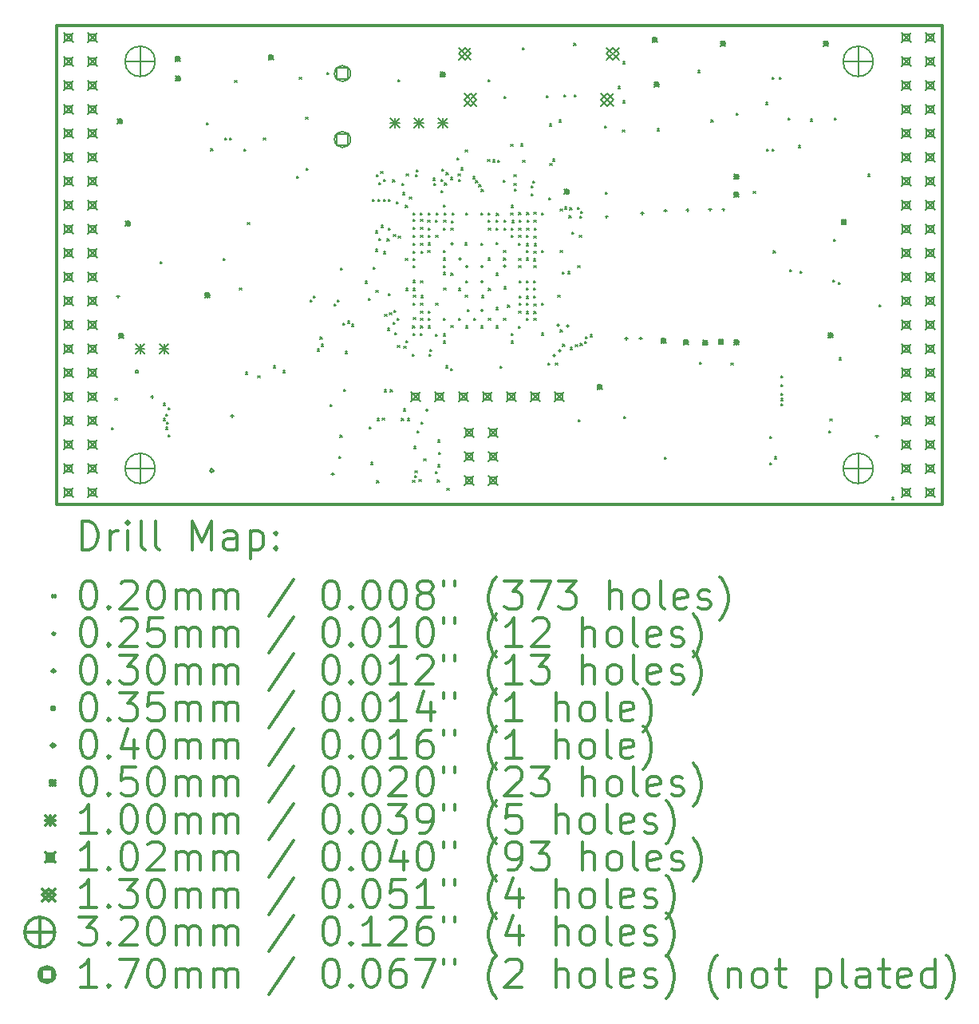
<source format=gbr>
%FSLAX45Y45*%
G04 Gerber Fmt 4.5, Leading zero omitted, Abs format (unit mm)*
G04 Created by KiCad (PCBNEW 5.0.0-rc2+dfsg1-3) date Tue Jun 19 10:25:00 2018*
%MOMM*%
%LPD*%
G01*
G04 APERTURE LIST*
%ADD10C,0.300000*%
%ADD11C,0.200000*%
G04 APERTURE END LIST*
D10*
X9410000Y-6142000D02*
X9410000Y-11222000D01*
X18808000Y-6142000D02*
X9410000Y-6142000D01*
X18808000Y-11222000D02*
X18808000Y-6142000D01*
X9410000Y-11222000D02*
X18808000Y-11222000D01*
D11*
X9998000Y-10410000D02*
X10018000Y-10430000D01*
X10018000Y-10410000D02*
X9998000Y-10430000D01*
X10035000Y-10094400D02*
X10055000Y-10114400D01*
X10055000Y-10094400D02*
X10035000Y-10114400D01*
X10514501Y-8649556D02*
X10534501Y-8669556D01*
X10534501Y-8649556D02*
X10514501Y-8669556D01*
X10545314Y-10310867D02*
X10565314Y-10330867D01*
X10565314Y-10310867D02*
X10545314Y-10330867D01*
X10547276Y-10151849D02*
X10567276Y-10171849D01*
X10567276Y-10151849D02*
X10547276Y-10171849D01*
X10574100Y-10266721D02*
X10594100Y-10286721D01*
X10594100Y-10266721D02*
X10574100Y-10286721D01*
X10574777Y-10403885D02*
X10594777Y-10423885D01*
X10594777Y-10403885D02*
X10574777Y-10423885D01*
X10579048Y-10351357D02*
X10599048Y-10371357D01*
X10599048Y-10351357D02*
X10579048Y-10371357D01*
X10597613Y-10199347D02*
X10617613Y-10219347D01*
X10617613Y-10199347D02*
X10597613Y-10219347D01*
X10598875Y-10487404D02*
X10618875Y-10507404D01*
X10618875Y-10487404D02*
X10598875Y-10507404D01*
X11001700Y-7175200D02*
X11021700Y-7195200D01*
X11021700Y-7175200D02*
X11001700Y-7195200D01*
X11049908Y-7448938D02*
X11069908Y-7468938D01*
X11069908Y-7448938D02*
X11049908Y-7468938D01*
X11179522Y-8615379D02*
X11199522Y-8635379D01*
X11199522Y-8615379D02*
X11179522Y-8635379D01*
X11197485Y-7337442D02*
X11217485Y-7357442D01*
X11217485Y-7337442D02*
X11197485Y-7357442D01*
X11251427Y-7337442D02*
X11271427Y-7357442D01*
X11271427Y-7337442D02*
X11251427Y-7357442D01*
X11305725Y-6724363D02*
X11325725Y-6744363D01*
X11325725Y-6724363D02*
X11305725Y-6744363D01*
X11356061Y-8927572D02*
X11376061Y-8947572D01*
X11376061Y-8927572D02*
X11356061Y-8947572D01*
X11400408Y-7451220D02*
X11420408Y-7471220D01*
X11420408Y-7451220D02*
X11400408Y-7471220D01*
X11418097Y-9819503D02*
X11438097Y-9839503D01*
X11438097Y-9819503D02*
X11418097Y-9839503D01*
X11441393Y-8230943D02*
X11461393Y-8250943D01*
X11461393Y-8230943D02*
X11441393Y-8250943D01*
X11549396Y-9856496D02*
X11569396Y-9876496D01*
X11569396Y-9856496D02*
X11549396Y-9876496D01*
X11609800Y-7337442D02*
X11629800Y-7357442D01*
X11629800Y-7337442D02*
X11609800Y-7357442D01*
X11712900Y-9753301D02*
X11732900Y-9773301D01*
X11732900Y-9753301D02*
X11712900Y-9773301D01*
X11814500Y-9804100D02*
X11834500Y-9824100D01*
X11834500Y-9804100D02*
X11814500Y-9824100D01*
X11959215Y-7739412D02*
X11979215Y-7759412D01*
X11979215Y-7739412D02*
X11959215Y-7759412D01*
X11990800Y-6690800D02*
X12010800Y-6710800D01*
X12010800Y-6690800D02*
X11990800Y-6710800D01*
X12056498Y-7112736D02*
X12076498Y-7132736D01*
X12076498Y-7112736D02*
X12056498Y-7132736D01*
X12063993Y-7659408D02*
X12083993Y-7679408D01*
X12083993Y-7659408D02*
X12063993Y-7679408D01*
X12106600Y-9054800D02*
X12126600Y-9074800D01*
X12126600Y-9054800D02*
X12106600Y-9074800D01*
X12139415Y-9013562D02*
X12159415Y-9033562D01*
X12159415Y-9013562D02*
X12139415Y-9033562D01*
X12182800Y-9575500D02*
X12202800Y-9595500D01*
X12202800Y-9575500D02*
X12182800Y-9595500D01*
X12210364Y-9448538D02*
X12230364Y-9468538D01*
X12230364Y-9448538D02*
X12210364Y-9468538D01*
X12220900Y-9524700D02*
X12240900Y-9544700D01*
X12240900Y-9524700D02*
X12220900Y-9544700D01*
X12282618Y-6643232D02*
X12302618Y-6663232D01*
X12302618Y-6643232D02*
X12282618Y-6663232D01*
X12317388Y-10161592D02*
X12337388Y-10181592D01*
X12337388Y-10161592D02*
X12317388Y-10181592D01*
X12360966Y-9096472D02*
X12380966Y-9116472D01*
X12380966Y-9096472D02*
X12360966Y-9116472D01*
X12391502Y-9053519D02*
X12411502Y-9073519D01*
X12411502Y-9053519D02*
X12391502Y-9073519D01*
X12410242Y-10710764D02*
X12430242Y-10730764D01*
X12430242Y-10710764D02*
X12410242Y-10730764D01*
X12422216Y-10490236D02*
X12442216Y-10510236D01*
X12442216Y-10490236D02*
X12422216Y-10510236D01*
X12426118Y-8717437D02*
X12446118Y-8737437D01*
X12446118Y-8717437D02*
X12426118Y-8737437D01*
X12426118Y-8717437D02*
X12446118Y-8737437D01*
X12446118Y-8717437D02*
X12426118Y-8737437D01*
X12453269Y-9302035D02*
X12473269Y-9322035D01*
X12473269Y-9302035D02*
X12453269Y-9322035D01*
X12460744Y-10002698D02*
X12480744Y-10022698D01*
X12480744Y-10002698D02*
X12460744Y-10022698D01*
X12474902Y-9600287D02*
X12494902Y-9620287D01*
X12494902Y-9600287D02*
X12474902Y-9620287D01*
X12501033Y-9279764D02*
X12521033Y-9299764D01*
X12521033Y-9279764D02*
X12501033Y-9299764D01*
X12542510Y-9313676D02*
X12562510Y-9333676D01*
X12562510Y-9313676D02*
X12542510Y-9333676D01*
X12687018Y-8855931D02*
X12707018Y-8875931D01*
X12707018Y-8855931D02*
X12687018Y-8875931D01*
X12720111Y-9035435D02*
X12740111Y-9055435D01*
X12740111Y-9035435D02*
X12720111Y-9055435D01*
X12731909Y-10397773D02*
X12751909Y-10417773D01*
X12751909Y-10397773D02*
X12731909Y-10417773D01*
X12748660Y-10777504D02*
X12768660Y-10797504D01*
X12768660Y-10777504D02*
X12748660Y-10797504D01*
X12764988Y-7989114D02*
X12784988Y-8009114D01*
X12784988Y-7989114D02*
X12764988Y-8009114D01*
X12771035Y-8708207D02*
X12791035Y-8728207D01*
X12791035Y-8708207D02*
X12771035Y-8728207D01*
X12796207Y-8322888D02*
X12816207Y-8342888D01*
X12816207Y-8322888D02*
X12796207Y-8342888D01*
X12799179Y-8517702D02*
X12819179Y-8537702D01*
X12819179Y-8517702D02*
X12799179Y-8537702D01*
X12803679Y-8951152D02*
X12823679Y-8971152D01*
X12823679Y-8951152D02*
X12803679Y-8971152D01*
X12805201Y-7723267D02*
X12825201Y-7743267D01*
X12825201Y-7723267D02*
X12805201Y-7743267D01*
X12811634Y-10971333D02*
X12831634Y-10991333D01*
X12831634Y-10971333D02*
X12811634Y-10991333D01*
X12814780Y-10310898D02*
X12834780Y-10330898D01*
X12834780Y-10310898D02*
X12814780Y-10330898D01*
X12822879Y-7985310D02*
X12842879Y-8005310D01*
X12842879Y-7985310D02*
X12822879Y-8005310D01*
X12834680Y-7807951D02*
X12854680Y-7827951D01*
X12854680Y-7807951D02*
X12834680Y-7827951D01*
X12835268Y-8401687D02*
X12855268Y-8421687D01*
X12855268Y-8401687D02*
X12835268Y-8421687D01*
X12854493Y-7691566D02*
X12874493Y-7711566D01*
X12874493Y-7691566D02*
X12854493Y-7711566D01*
X12859178Y-8263722D02*
X12879178Y-8283722D01*
X12879178Y-8263722D02*
X12859178Y-8283722D01*
X12870682Y-10308590D02*
X12890682Y-10328590D01*
X12890682Y-10308590D02*
X12870682Y-10328590D01*
X12880857Y-7988548D02*
X12900857Y-8008548D01*
X12900857Y-7988548D02*
X12880857Y-8008548D01*
X12881301Y-8540585D02*
X12901301Y-8560585D01*
X12901301Y-8540585D02*
X12881301Y-8560585D01*
X12886175Y-7777882D02*
X12906175Y-7797882D01*
X12906175Y-7777882D02*
X12886175Y-7797882D01*
X12890520Y-10007480D02*
X12910520Y-10027480D01*
X12910520Y-10007480D02*
X12890520Y-10027480D01*
X12895573Y-9206272D02*
X12915573Y-9226272D01*
X12915573Y-9206272D02*
X12895573Y-9226272D01*
X12920256Y-8405350D02*
X12940256Y-8425350D01*
X12940256Y-8405350D02*
X12920256Y-8425350D01*
X12926203Y-9354578D02*
X12946203Y-9374578D01*
X12946203Y-9354578D02*
X12926203Y-9374578D01*
X12933760Y-7984679D02*
X12953760Y-8004679D01*
X12953760Y-7984679D02*
X12933760Y-8004679D01*
X12934924Y-8983794D02*
X12954924Y-9003794D01*
X12954924Y-8983794D02*
X12934924Y-9003794D01*
X12935809Y-8290406D02*
X12955809Y-8310406D01*
X12955809Y-8290406D02*
X12935809Y-8310406D01*
X12946857Y-9190566D02*
X12966857Y-9210566D01*
X12966857Y-9190566D02*
X12946857Y-9210566D01*
X12956000Y-10005500D02*
X12976000Y-10025500D01*
X12976000Y-10005500D02*
X12956000Y-10025500D01*
X12982095Y-7781082D02*
X13002095Y-7801082D01*
X13002095Y-7781082D02*
X12982095Y-7801082D01*
X12987271Y-9293510D02*
X13007271Y-9313510D01*
X13007271Y-9293510D02*
X12987271Y-9313510D01*
X12989202Y-8359151D02*
X13009202Y-8379151D01*
X13009202Y-8359151D02*
X12989202Y-8379151D01*
X12991955Y-9163298D02*
X13011955Y-9183298D01*
X13011955Y-9163298D02*
X12991955Y-9183298D01*
X13002337Y-9402267D02*
X13022337Y-9422267D01*
X13022337Y-9402267D02*
X13002337Y-9422267D01*
X13017215Y-8013821D02*
X13037215Y-8033821D01*
X13037215Y-8013821D02*
X13017215Y-8033821D01*
X13028454Y-9248473D02*
X13048454Y-9268473D01*
X13048454Y-9248473D02*
X13028454Y-9268473D01*
X13032200Y-9535600D02*
X13052200Y-9555600D01*
X13052200Y-9535600D02*
X13032200Y-9555600D01*
X13033700Y-6718000D02*
X13053700Y-6738000D01*
X13053700Y-6718000D02*
X13033700Y-6738000D01*
X13038793Y-8376986D02*
X13058793Y-8396986D01*
X13058793Y-8376986D02*
X13038793Y-8396986D01*
X13073948Y-10310899D02*
X13093948Y-10330899D01*
X13093948Y-10310899D02*
X13073948Y-10330899D01*
X13077859Y-7815329D02*
X13097859Y-7835329D01*
X13097859Y-7815329D02*
X13077859Y-7835329D01*
X13085264Y-7914901D02*
X13105264Y-7934901D01*
X13105264Y-7914901D02*
X13085264Y-7934901D01*
X13093907Y-10208700D02*
X13113907Y-10228700D01*
X13113907Y-10208700D02*
X13093907Y-10228700D01*
X13098471Y-9546418D02*
X13118471Y-9566418D01*
X13118471Y-9546418D02*
X13098471Y-9566418D01*
X13116430Y-8612711D02*
X13136430Y-8632711D01*
X13136430Y-8612711D02*
X13116430Y-8632711D01*
X13116518Y-8052178D02*
X13136518Y-8072178D01*
X13136518Y-8052178D02*
X13116518Y-8072178D01*
X13117950Y-8930733D02*
X13137950Y-8950733D01*
X13137950Y-8930733D02*
X13117950Y-8950733D01*
X13121616Y-9485914D02*
X13141616Y-9505914D01*
X13141616Y-9485914D02*
X13121616Y-9505914D01*
X13125345Y-7716470D02*
X13145345Y-7736470D01*
X13145345Y-7716470D02*
X13125345Y-7736470D01*
X13135385Y-10310829D02*
X13155385Y-10330829D01*
X13155385Y-10310829D02*
X13135385Y-10330829D01*
X13157757Y-7959799D02*
X13177757Y-7979799D01*
X13177757Y-7959799D02*
X13157757Y-7979799D01*
X13188633Y-9630479D02*
X13208633Y-9650479D01*
X13208633Y-9630479D02*
X13188633Y-9650479D01*
X13192441Y-10966678D02*
X13212441Y-10986678D01*
X13212441Y-10966678D02*
X13192441Y-10986678D01*
X13193199Y-9330000D02*
X13213199Y-9350000D01*
X13213199Y-9330000D02*
X13193199Y-9350000D01*
X13197562Y-8931064D02*
X13217562Y-8951064D01*
X13217562Y-8931064D02*
X13197562Y-8951064D01*
X13197734Y-9090201D02*
X13217734Y-9110201D01*
X13217734Y-9090201D02*
X13197734Y-9110201D01*
X13197902Y-8284734D02*
X13217902Y-8304734D01*
X13217902Y-8284734D02*
X13197902Y-8304734D01*
X13197999Y-8200333D02*
X13217999Y-8220333D01*
X13217999Y-8200333D02*
X13197999Y-8220333D01*
X13198000Y-8690000D02*
X13218000Y-8710000D01*
X13218000Y-8690000D02*
X13198000Y-8710000D01*
X13198000Y-9410000D02*
X13218000Y-9430000D01*
X13218000Y-9410000D02*
X13198000Y-9430000D01*
X13198303Y-8616041D02*
X13218303Y-8636041D01*
X13218303Y-8616041D02*
X13198303Y-8636041D01*
X13198368Y-8369136D02*
X13218368Y-8389136D01*
X13218368Y-8369136D02*
X13198368Y-8389136D01*
X13198405Y-8845827D02*
X13218405Y-8865827D01*
X13218405Y-8845827D02*
X13198405Y-8865827D01*
X13198801Y-8130801D02*
X13218801Y-8150801D01*
X13218801Y-8130801D02*
X13198801Y-8150801D01*
X13198979Y-8537938D02*
X13218979Y-8557938D01*
X13218979Y-8537938D02*
X13198979Y-8557938D01*
X13199289Y-8453537D02*
X13219289Y-8473537D01*
X13219289Y-8453537D02*
X13199289Y-8473537D01*
X13200000Y-9005799D02*
X13220000Y-9025799D01*
X13220000Y-9005799D02*
X13200000Y-9025799D01*
X13201075Y-9242748D02*
X13221075Y-9262748D01*
X13221075Y-9242748D02*
X13201075Y-9262748D01*
X13206286Y-10608587D02*
X13226286Y-10628587D01*
X13226286Y-10608587D02*
X13206286Y-10628587D01*
X13211973Y-10917729D02*
X13231973Y-10937729D01*
X13231973Y-10917729D02*
X13211973Y-10937729D01*
X13218587Y-10865445D02*
X13238587Y-10885445D01*
X13238587Y-10865445D02*
X13218587Y-10885445D01*
X13220903Y-7724256D02*
X13240903Y-7744256D01*
X13240903Y-7724256D02*
X13220903Y-7744256D01*
X13232873Y-7672932D02*
X13252873Y-7692932D01*
X13252873Y-7672932D02*
X13232873Y-7692932D01*
X13236800Y-10440341D02*
X13256800Y-10460341D01*
X13256800Y-10440341D02*
X13236800Y-10460341D01*
X13260800Y-10958000D02*
X13280800Y-10978000D01*
X13280800Y-10958000D02*
X13260800Y-10978000D01*
X13272048Y-8130098D02*
X13292048Y-8150098D01*
X13292048Y-8130098D02*
X13272048Y-8150098D01*
X13274623Y-9409707D02*
X13294623Y-9429707D01*
X13294623Y-9409707D02*
X13274623Y-9429707D01*
X13277261Y-8284735D02*
X13297261Y-8304735D01*
X13297261Y-8284735D02*
X13277261Y-8304735D01*
X13278000Y-8200334D02*
X13298000Y-8220334D01*
X13298000Y-8200334D02*
X13278000Y-8220334D01*
X13278000Y-8850000D02*
X13298000Y-8870000D01*
X13298000Y-8850000D02*
X13278000Y-8870000D01*
X13278000Y-9090000D02*
X13298000Y-9110000D01*
X13298000Y-9090000D02*
X13278000Y-9110000D01*
X13278000Y-9170000D02*
X13298000Y-9190000D01*
X13298000Y-9170000D02*
X13278000Y-9190000D01*
X13278000Y-9250000D02*
X13298000Y-9270000D01*
X13298000Y-9250000D02*
X13278000Y-9270000D01*
X13278000Y-9330000D02*
X13298000Y-9350000D01*
X13298000Y-9330000D02*
X13278000Y-9350000D01*
X13278175Y-8369136D02*
X13298175Y-8389136D01*
X13298175Y-8369136D02*
X13278175Y-8389136D01*
X13278218Y-8453537D02*
X13298218Y-8473537D01*
X13298218Y-8453537D02*
X13278218Y-8473537D01*
X13279688Y-8536938D02*
X13299688Y-8556938D01*
X13299688Y-8536938D02*
X13279688Y-8556938D01*
X13280000Y-9008000D02*
X13300000Y-9028000D01*
X13300000Y-9008000D02*
X13280000Y-9028000D01*
X13282849Y-10350134D02*
X13302849Y-10370134D01*
X13302849Y-10350134D02*
X13282849Y-10370134D01*
X13311600Y-10736500D02*
X13331600Y-10756500D01*
X13331600Y-10736500D02*
X13311600Y-10756500D01*
X13352314Y-8526642D02*
X13372314Y-8546642D01*
X13372314Y-8526642D02*
X13352314Y-8546642D01*
X13354839Y-8209060D02*
X13374839Y-8229060D01*
X13374839Y-8209060D02*
X13354839Y-8229060D01*
X13356449Y-8131468D02*
X13376449Y-8151468D01*
X13376449Y-8131468D02*
X13356449Y-8151468D01*
X13357194Y-8449520D02*
X13377194Y-8469520D01*
X13377194Y-8449520D02*
X13357194Y-8469520D01*
X13358000Y-8290000D02*
X13378000Y-8310000D01*
X13378000Y-8290000D02*
X13358000Y-8310000D01*
X13358000Y-8370000D02*
X13378000Y-8390000D01*
X13378000Y-8370000D02*
X13358000Y-8390000D01*
X13358000Y-9170000D02*
X13378000Y-9190000D01*
X13378000Y-9170000D02*
X13358000Y-9190000D01*
X13358000Y-9250000D02*
X13378000Y-9270000D01*
X13378000Y-9250000D02*
X13358000Y-9270000D01*
X13358548Y-9330230D02*
X13378548Y-9350230D01*
X13378548Y-9330230D02*
X13358548Y-9350230D01*
X13366285Y-9629515D02*
X13386285Y-9649515D01*
X13386285Y-9629515D02*
X13366285Y-9649515D01*
X13375239Y-9577580D02*
X13395239Y-9597580D01*
X13395239Y-9577580D02*
X13375239Y-9597580D01*
X13407730Y-7762109D02*
X13427730Y-7782109D01*
X13427730Y-7762109D02*
X13407730Y-7782109D01*
X13415018Y-7815381D02*
X13435018Y-7835381D01*
X13435018Y-7815381D02*
X13415018Y-7835381D01*
X13433398Y-8208015D02*
X13453398Y-8228015D01*
X13453398Y-8208015D02*
X13433398Y-8228015D01*
X13435582Y-9416717D02*
X13455582Y-9436717D01*
X13455582Y-9416717D02*
X13435582Y-9436717D01*
X13436400Y-10874197D02*
X13456400Y-10894197D01*
X13456400Y-10874197D02*
X13436400Y-10894197D01*
X13438000Y-8370000D02*
X13458000Y-8390000D01*
X13458000Y-8370000D02*
X13438000Y-8390000D01*
X13438000Y-9090000D02*
X13458000Y-9110000D01*
X13458000Y-9090000D02*
X13438000Y-9110000D01*
X13440850Y-8130675D02*
X13460850Y-8150675D01*
X13460850Y-8130675D02*
X13440850Y-8150675D01*
X13453687Y-10961995D02*
X13473687Y-10981995D01*
X13473687Y-10961995D02*
X13453687Y-10981995D01*
X13457587Y-10803159D02*
X13477587Y-10823159D01*
X13477587Y-10803159D02*
X13457587Y-10823159D01*
X13460735Y-10540845D02*
X13480735Y-10560845D01*
X13480735Y-10540845D02*
X13460735Y-10560845D01*
X13465065Y-10671051D02*
X13485065Y-10691051D01*
X13485065Y-10671051D02*
X13465065Y-10691051D01*
X13492132Y-7892495D02*
X13512132Y-7912495D01*
X13512132Y-7892495D02*
X13492132Y-7912495D01*
X13493478Y-7773120D02*
X13513478Y-7793120D01*
X13513478Y-7773120D02*
X13493478Y-7793120D01*
X13502968Y-7663013D02*
X13522968Y-7683013D01*
X13522968Y-7663013D02*
X13502968Y-7683013D01*
X13516300Y-8762700D02*
X13536300Y-8782700D01*
X13536300Y-8762700D02*
X13516300Y-8782700D01*
X13518000Y-8292201D02*
X13538000Y-8312201D01*
X13538000Y-8292201D02*
X13518000Y-8312201D01*
X13518000Y-8530000D02*
X13538000Y-8550000D01*
X13538000Y-8530000D02*
X13518000Y-8550000D01*
X13518000Y-8610000D02*
X13538000Y-8630000D01*
X13538000Y-8610000D02*
X13518000Y-8630000D01*
X13518000Y-8690000D02*
X13538000Y-8710000D01*
X13538000Y-8690000D02*
X13518000Y-8710000D01*
X13518000Y-9250000D02*
X13538000Y-9270000D01*
X13538000Y-9250000D02*
X13518000Y-9270000D01*
X13518128Y-8048312D02*
X13538128Y-8068312D01*
X13538128Y-8048312D02*
X13518128Y-8068312D01*
X13518463Y-9488530D02*
X13538463Y-9508530D01*
X13538463Y-9488530D02*
X13518463Y-9508530D01*
X13518862Y-9412562D02*
X13538862Y-9432562D01*
X13538862Y-9412562D02*
X13518862Y-9432562D01*
X13521538Y-8209385D02*
X13541538Y-8229385D01*
X13541538Y-8209385D02*
X13521538Y-8229385D01*
X13524276Y-8928163D02*
X13544276Y-8948163D01*
X13544276Y-8928163D02*
X13524276Y-8948163D01*
X13525957Y-8129544D02*
X13545957Y-8149544D01*
X13545957Y-8129544D02*
X13525957Y-8149544D01*
X13531439Y-7812965D02*
X13551439Y-7832965D01*
X13551439Y-7812965D02*
X13531439Y-7832965D01*
X13541700Y-9753300D02*
X13561700Y-9773300D01*
X13561700Y-9753300D02*
X13541700Y-9773300D01*
X13548770Y-7704070D02*
X13568770Y-7724070D01*
X13568770Y-7704070D02*
X13548770Y-7724070D01*
X13555656Y-11051071D02*
X13575656Y-11071071D01*
X13575656Y-11051071D02*
X13555656Y-11071071D01*
X13594882Y-7754550D02*
X13614882Y-7774550D01*
X13614882Y-7754550D02*
X13594882Y-7774550D01*
X13595027Y-9781423D02*
X13615027Y-9801423D01*
X13615027Y-9781423D02*
X13595027Y-9801423D01*
X13598000Y-8290000D02*
X13618000Y-8310000D01*
X13618000Y-8290000D02*
X13598000Y-8310000D01*
X13598000Y-8770000D02*
X13618000Y-8790000D01*
X13618000Y-8770000D02*
X13598000Y-8790000D01*
X13599596Y-9326965D02*
X13619596Y-9346965D01*
X13619596Y-9326965D02*
X13599596Y-9346965D01*
X13602455Y-8216004D02*
X13622455Y-8236004D01*
X13622455Y-8216004D02*
X13602455Y-8236004D01*
X13613334Y-8133723D02*
X13633334Y-8153723D01*
X13633334Y-8133723D02*
X13613334Y-8153723D01*
X13664259Y-7547941D02*
X13684259Y-7567941D01*
X13684259Y-7547941D02*
X13664259Y-7567941D01*
X13676320Y-7718760D02*
X13696320Y-7738760D01*
X13696320Y-7718760D02*
X13676320Y-7738760D01*
X13678000Y-8930000D02*
X13698000Y-8950000D01*
X13698000Y-8930000D02*
X13678000Y-8950000D01*
X13678000Y-9250000D02*
X13698000Y-9270000D01*
X13698000Y-9250000D02*
X13678000Y-9270000D01*
X13679461Y-7776107D02*
X13699461Y-7796107D01*
X13699461Y-7776107D02*
X13679461Y-7796107D01*
X13707437Y-7652487D02*
X13727437Y-7672487D01*
X13727437Y-7652487D02*
X13707437Y-7672487D01*
X13745078Y-8447729D02*
X13765078Y-8467729D01*
X13765078Y-8447729D02*
X13745078Y-8467729D01*
X13752489Y-9002290D02*
X13772489Y-9022290D01*
X13772489Y-9002290D02*
X13752489Y-9022290D01*
X13752520Y-7459680D02*
X13772520Y-7479680D01*
X13772520Y-7459680D02*
X13752520Y-7479680D01*
X13758000Y-8130000D02*
X13778000Y-8150000D01*
X13778000Y-8130000D02*
X13758000Y-8150000D01*
X13758000Y-8850000D02*
X13778000Y-8870000D01*
X13778000Y-8850000D02*
X13758000Y-8870000D01*
X13758000Y-9330000D02*
X13778000Y-9350000D01*
X13778000Y-9330000D02*
X13758000Y-9350000D01*
X13770300Y-9156400D02*
X13790300Y-9176400D01*
X13790300Y-9156400D02*
X13770300Y-9176400D01*
X13830592Y-7745154D02*
X13850592Y-7765154D01*
X13850592Y-7745154D02*
X13830592Y-7765154D01*
X13838000Y-9250000D02*
X13858000Y-9270000D01*
X13858000Y-9250000D02*
X13838000Y-9270000D01*
X13862293Y-7788159D02*
X13882293Y-7808159D01*
X13882293Y-7788159D02*
X13862293Y-7808159D01*
X13893994Y-7831909D02*
X13913994Y-7851909D01*
X13913994Y-7831909D02*
X13893994Y-7851909D01*
X13917252Y-8451135D02*
X13937252Y-8471135D01*
X13937252Y-8451135D02*
X13917252Y-8471135D01*
X13918000Y-8130000D02*
X13938000Y-8150000D01*
X13938000Y-8130000D02*
X13918000Y-8150000D01*
X13918000Y-9330000D02*
X13938000Y-9350000D01*
X13938000Y-9330000D02*
X13918000Y-9350000D01*
X13921466Y-7881869D02*
X13941466Y-7901869D01*
X13941466Y-7881869D02*
X13921466Y-7901869D01*
X13922232Y-9006404D02*
X13942232Y-9026404D01*
X13942232Y-9006404D02*
X13922232Y-9026404D01*
X13989274Y-7564800D02*
X14009274Y-7584800D01*
X14009274Y-7564800D02*
X13989274Y-7584800D01*
X13991460Y-8609297D02*
X14011460Y-8629297D01*
X14011460Y-8609297D02*
X13991460Y-8629297D01*
X13992898Y-8130000D02*
X14012898Y-8150000D01*
X14012898Y-8130000D02*
X13992898Y-8150000D01*
X13992898Y-8210000D02*
X14012898Y-8230000D01*
X14012898Y-8210000D02*
X13992898Y-8230000D01*
X13993243Y-6718693D02*
X14013243Y-6738693D01*
X14013243Y-6718693D02*
X13993243Y-6738693D01*
X13996000Y-8292000D02*
X14016000Y-8312000D01*
X14016000Y-8292000D02*
X13996000Y-8312000D01*
X13998000Y-8930000D02*
X14018000Y-8950000D01*
X14018000Y-8930000D02*
X13998000Y-8950000D01*
X13998000Y-9250000D02*
X14018000Y-9270000D01*
X14018000Y-9250000D02*
X13998000Y-9270000D01*
X14041773Y-7569399D02*
X14061773Y-7589399D01*
X14061773Y-7569399D02*
X14041773Y-7589399D01*
X14076133Y-8294127D02*
X14096133Y-8314127D01*
X14096133Y-8294127D02*
X14076133Y-8314127D01*
X14077299Y-8207716D02*
X14097299Y-8227716D01*
X14097299Y-8207716D02*
X14077299Y-8227716D01*
X14077419Y-9133335D02*
X14097419Y-9153335D01*
X14097419Y-9133335D02*
X14077419Y-9153335D01*
X14077693Y-8445254D02*
X14097693Y-8465254D01*
X14097693Y-8445254D02*
X14077693Y-8465254D01*
X14078000Y-9330000D02*
X14098000Y-9350000D01*
X14098000Y-9330000D02*
X14078000Y-9350000D01*
X14079623Y-8771623D02*
X14099623Y-8791623D01*
X14099623Y-8771623D02*
X14079623Y-8791623D01*
X14082264Y-8134744D02*
X14102264Y-8154744D01*
X14102264Y-8134744D02*
X14082264Y-8154744D01*
X14094211Y-7574661D02*
X14114211Y-7594661D01*
X14114211Y-7574661D02*
X14094211Y-7594661D01*
X14118066Y-9754201D02*
X14138066Y-9774201D01*
X14138066Y-9754201D02*
X14118066Y-9774201D01*
X14152481Y-7781450D02*
X14172481Y-7801450D01*
X14172481Y-7781450D02*
X14152481Y-7801450D01*
X14158000Y-8530000D02*
X14178000Y-8550000D01*
X14178000Y-8530000D02*
X14158000Y-8550000D01*
X14158000Y-8610000D02*
X14178000Y-8630000D01*
X14178000Y-8610000D02*
X14158000Y-8630000D01*
X14158000Y-9250000D02*
X14178000Y-9270000D01*
X14178000Y-9250000D02*
X14158000Y-9270000D01*
X14162701Y-8209494D02*
X14182701Y-8229494D01*
X14182701Y-8209494D02*
X14162701Y-8229494D01*
X14162701Y-8289887D02*
X14182701Y-8309887D01*
X14182701Y-8289887D02*
X14162701Y-8309887D01*
X14164000Y-8915099D02*
X14184000Y-8935099D01*
X14184000Y-8915099D02*
X14164000Y-8935099D01*
X14164285Y-6893836D02*
X14184285Y-6913836D01*
X14184285Y-6893836D02*
X14164285Y-6913836D01*
X14200722Y-9110102D02*
X14220722Y-9130102D01*
X14220722Y-9110102D02*
X14200722Y-9130102D01*
X14233699Y-7403800D02*
X14253699Y-7423800D01*
X14253699Y-7403800D02*
X14233699Y-7423800D01*
X14235032Y-8132000D02*
X14255032Y-8152000D01*
X14255032Y-8132000D02*
X14235032Y-8152000D01*
X14236000Y-8052000D02*
X14256000Y-8072000D01*
X14256000Y-8052000D02*
X14236000Y-8072000D01*
X14236000Y-8292000D02*
X14256000Y-8312000D01*
X14256000Y-8292000D02*
X14236000Y-8312000D01*
X14238000Y-8370000D02*
X14258000Y-8390000D01*
X14258000Y-8370000D02*
X14238000Y-8390000D01*
X14238000Y-9410000D02*
X14258000Y-9430000D01*
X14258000Y-9410000D02*
X14238000Y-9430000D01*
X14238000Y-9490000D02*
X14258000Y-9510000D01*
X14258000Y-9490000D02*
X14238000Y-9510000D01*
X14247102Y-8210435D02*
X14267102Y-8230435D01*
X14267102Y-8210435D02*
X14247102Y-8230435D01*
X14268441Y-7818307D02*
X14288441Y-7838307D01*
X14288441Y-7818307D02*
X14268441Y-7838307D01*
X14268583Y-7724192D02*
X14288583Y-7744192D01*
X14288583Y-7724192D02*
X14268583Y-7744192D01*
X14271130Y-7874603D02*
X14291130Y-7894603D01*
X14291130Y-7874603D02*
X14271130Y-7894603D01*
X14316000Y-8452000D02*
X14336000Y-8472000D01*
X14336000Y-8452000D02*
X14316000Y-8472000D01*
X14316969Y-9331491D02*
X14336969Y-9351491D01*
X14336969Y-9331491D02*
X14316969Y-9351491D01*
X14318000Y-8370000D02*
X14338000Y-8390000D01*
X14338000Y-8370000D02*
X14318000Y-8390000D01*
X14318000Y-8690000D02*
X14338000Y-8710000D01*
X14338000Y-8690000D02*
X14318000Y-8710000D01*
X14318000Y-9170000D02*
X14338000Y-9190000D01*
X14338000Y-9170000D02*
X14318000Y-9190000D01*
X14318740Y-8294201D02*
X14338740Y-8314201D01*
X14338740Y-8294201D02*
X14318740Y-8314201D01*
X14319433Y-8127729D02*
X14339433Y-8147729D01*
X14339433Y-8127729D02*
X14319433Y-8147729D01*
X14320000Y-8612000D02*
X14340000Y-8632000D01*
X14340000Y-8612000D02*
X14320000Y-8632000D01*
X14322201Y-8849503D02*
X14342201Y-8869503D01*
X14342201Y-8849503D02*
X14322201Y-8869503D01*
X14322201Y-9010195D02*
X14342201Y-9030195D01*
X14342201Y-9010195D02*
X14322201Y-9030195D01*
X14322201Y-9090066D02*
X14342201Y-9110066D01*
X14342201Y-9090066D02*
X14322201Y-9110066D01*
X14323265Y-8209799D02*
X14343265Y-8229799D01*
X14343265Y-8209799D02*
X14323265Y-8229799D01*
X14341800Y-7397450D02*
X14361800Y-7417450D01*
X14361800Y-7397450D02*
X14341800Y-7417450D01*
X14355067Y-6376252D02*
X14375067Y-6396252D01*
X14375067Y-6376252D02*
X14355067Y-6396252D01*
X14360888Y-7571730D02*
X14380888Y-7591730D01*
X14380888Y-7571730D02*
X14360888Y-7591730D01*
X14396483Y-9177765D02*
X14416483Y-9197765D01*
X14416483Y-9177765D02*
X14396483Y-9197765D01*
X14397624Y-8929530D02*
X14417624Y-8949530D01*
X14417624Y-8929530D02*
X14397624Y-8949530D01*
X14397701Y-9016697D02*
X14417701Y-9036697D01*
X14417701Y-9016697D02*
X14397701Y-9036697D01*
X14398000Y-8610000D02*
X14418000Y-8630000D01*
X14418000Y-8610000D02*
X14398000Y-8630000D01*
X14398000Y-9085650D02*
X14418000Y-9105650D01*
X14418000Y-9085650D02*
X14398000Y-9105650D01*
X14398283Y-8848451D02*
X14418283Y-8868451D01*
X14418283Y-8848451D02*
X14398283Y-8868451D01*
X14400201Y-8529722D02*
X14420201Y-8549722D01*
X14420201Y-8529722D02*
X14400201Y-8549722D01*
X14400319Y-8367799D02*
X14420319Y-8387799D01*
X14420319Y-8367799D02*
X14400319Y-8387799D01*
X14400350Y-8456040D02*
X14420350Y-8476040D01*
X14420350Y-8456040D02*
X14400350Y-8476040D01*
X14401325Y-9248876D02*
X14421325Y-9268876D01*
X14421325Y-9248876D02*
X14401325Y-9268876D01*
X14403141Y-8290000D02*
X14423141Y-8310000D01*
X14423141Y-8290000D02*
X14403141Y-8310000D01*
X14403835Y-8128377D02*
X14423835Y-8148377D01*
X14423835Y-8128377D02*
X14403835Y-8148377D01*
X14407666Y-8210000D02*
X14427666Y-8230000D01*
X14427666Y-8210000D02*
X14407666Y-8230000D01*
X14450634Y-7841735D02*
X14470634Y-7861735D01*
X14470634Y-7841735D02*
X14450634Y-7861735D01*
X14450634Y-7926136D02*
X14470634Y-7946136D01*
X14470634Y-7926136D02*
X14450634Y-7946136D01*
X14469153Y-7792394D02*
X14489153Y-7812394D01*
X14489153Y-7792394D02*
X14469153Y-7812394D01*
X14475676Y-8924990D02*
X14495676Y-8944990D01*
X14495676Y-8924990D02*
X14475676Y-8944990D01*
X14476724Y-9009392D02*
X14496724Y-9029392D01*
X14496724Y-9009392D02*
X14476724Y-9029392D01*
X14477515Y-8619275D02*
X14497515Y-8639275D01*
X14497515Y-8619275D02*
X14477515Y-8639275D01*
X14477765Y-8852201D02*
X14497765Y-8872201D01*
X14497765Y-8852201D02*
X14477765Y-8872201D01*
X14478235Y-9247799D02*
X14498235Y-9267799D01*
X14498235Y-9247799D02*
X14478235Y-9267799D01*
X14478778Y-8123192D02*
X14498778Y-8143192D01*
X14498778Y-8123192D02*
X14478778Y-8143192D01*
X14478812Y-8207593D02*
X14498812Y-8227593D01*
X14498812Y-8207593D02*
X14478812Y-8227593D01*
X14478935Y-8534874D02*
X14498935Y-8554874D01*
X14498935Y-8534874D02*
X14478935Y-8554874D01*
X14479160Y-9178194D02*
X14499160Y-9198194D01*
X14499160Y-9178194D02*
X14479160Y-9198194D01*
X14479432Y-8687756D02*
X14499432Y-8707756D01*
X14499432Y-8687756D02*
X14479432Y-8707756D01*
X14479670Y-8376395D02*
X14499670Y-8396395D01*
X14499670Y-8376395D02*
X14479670Y-8396395D01*
X14480294Y-9093793D02*
X14500294Y-9113793D01*
X14500294Y-9093793D02*
X14480294Y-9113793D01*
X14481241Y-8455796D02*
X14501241Y-8475796D01*
X14501241Y-8455796D02*
X14481241Y-8475796D01*
X14481689Y-8291994D02*
X14501689Y-8311994D01*
X14501689Y-8291994D02*
X14481689Y-8311994D01*
X14557281Y-8529606D02*
X14577281Y-8549606D01*
X14577281Y-8529606D02*
X14557281Y-8549606D01*
X14558000Y-8130512D02*
X14578000Y-8150512D01*
X14578000Y-8130512D02*
X14558000Y-8150512D01*
X14558739Y-9089665D02*
X14578739Y-9109665D01*
X14578739Y-9089665D02*
X14558739Y-9109665D01*
X14559124Y-9406675D02*
X14579124Y-9426675D01*
X14579124Y-9406675D02*
X14559124Y-9426675D01*
X14613342Y-6884608D02*
X14633342Y-6904608D01*
X14633342Y-6884608D02*
X14613342Y-6904608D01*
X14629479Y-9723392D02*
X14649479Y-9743392D01*
X14649479Y-9723392D02*
X14629479Y-9743392D01*
X14638141Y-7971938D02*
X14658141Y-7991938D01*
X14658141Y-7971938D02*
X14638141Y-7991938D01*
X14646600Y-7187900D02*
X14666600Y-7207900D01*
X14666600Y-7187900D02*
X14646600Y-7207900D01*
X14648744Y-7607406D02*
X14668744Y-7627406D01*
X14668744Y-7607406D02*
X14648744Y-7627406D01*
X14680980Y-7560789D02*
X14700980Y-7580789D01*
X14700980Y-7560789D02*
X14680980Y-7580789D01*
X14707598Y-9723392D02*
X14727598Y-9743392D01*
X14727598Y-9723392D02*
X14707598Y-9743392D01*
X14733095Y-9001248D02*
X14753095Y-9021248D01*
X14753095Y-9001248D02*
X14733095Y-9021248D01*
X14748200Y-7143450D02*
X14768200Y-7163450D01*
X14768200Y-7143450D02*
X14748200Y-7163450D01*
X14758739Y-8527409D02*
X14778739Y-8547409D01*
X14778739Y-8527409D02*
X14758739Y-8547409D01*
X14758831Y-8088311D02*
X14778831Y-8108311D01*
X14778831Y-8088311D02*
X14758831Y-8108311D01*
X14760000Y-9372000D02*
X14780000Y-9392000D01*
X14780000Y-9372000D02*
X14760000Y-9392000D01*
X14781079Y-8758342D02*
X14801079Y-8778342D01*
X14801079Y-8758342D02*
X14781079Y-8778342D01*
X14782886Y-9523902D02*
X14802886Y-9543902D01*
X14802886Y-9523902D02*
X14782886Y-9543902D01*
X14799000Y-6876750D02*
X14819000Y-6896750D01*
X14819000Y-6876750D02*
X14799000Y-6896750D01*
X14807525Y-8068155D02*
X14827525Y-8088155D01*
X14827525Y-8068155D02*
X14807525Y-8088155D01*
X14838354Y-8752346D02*
X14858354Y-8772346D01*
X14858354Y-8752346D02*
X14838354Y-8772346D01*
X14851066Y-8160586D02*
X14871066Y-8180586D01*
X14871066Y-8160586D02*
X14851066Y-8180586D01*
X14859611Y-8076185D02*
X14879611Y-8096185D01*
X14879611Y-8076185D02*
X14859611Y-8096185D01*
X14864798Y-9556963D02*
X14884798Y-9576963D01*
X14884798Y-9556963D02*
X14864798Y-9576963D01*
X14882151Y-8334201D02*
X14902151Y-8354201D01*
X14902151Y-8334201D02*
X14882151Y-8354201D01*
X14903412Y-6332405D02*
X14923412Y-6352405D01*
X14923412Y-6332405D02*
X14903412Y-6352405D01*
X14906950Y-6876750D02*
X14926950Y-6896750D01*
X14926950Y-6876750D02*
X14906950Y-6896750D01*
X14918439Y-9527799D02*
X14938439Y-9547799D01*
X14938439Y-9527799D02*
X14918439Y-9547799D01*
X14942722Y-8073801D02*
X14962722Y-8093801D01*
X14962722Y-8073801D02*
X14942722Y-8093801D01*
X14945314Y-8688944D02*
X14965314Y-8708944D01*
X14965314Y-8688944D02*
X14945314Y-8708944D01*
X14947728Y-10322085D02*
X14967728Y-10342085D01*
X14967728Y-10322085D02*
X14947728Y-10342085D01*
X14963249Y-8370769D02*
X14983249Y-8390769D01*
X14983249Y-8370769D02*
X14963249Y-8390769D01*
X14968729Y-8167499D02*
X14988729Y-8187499D01*
X14988729Y-8167499D02*
X14968729Y-8187499D01*
X14969589Y-9515108D02*
X14989589Y-9535108D01*
X14989589Y-9515108D02*
X14969589Y-9535108D01*
X14975319Y-8115211D02*
X14995319Y-8135211D01*
X14995319Y-8115211D02*
X14975319Y-8135211D01*
X15017890Y-9494025D02*
X15037890Y-9514025D01*
X15037890Y-9494025D02*
X15017890Y-9514025D01*
X15024597Y-9441753D02*
X15044597Y-9461753D01*
X15044597Y-9441753D02*
X15024597Y-9461753D01*
X15078921Y-9423257D02*
X15098921Y-9443257D01*
X15098921Y-9423257D02*
X15078921Y-9443257D01*
X15230800Y-7206950D02*
X15250800Y-7226950D01*
X15250800Y-7206950D02*
X15230800Y-7226950D01*
X15239707Y-7909347D02*
X15259707Y-7929347D01*
X15259707Y-7909347D02*
X15239707Y-7929347D01*
X15370500Y-6789627D02*
X15390500Y-6809627D01*
X15390500Y-6789627D02*
X15370500Y-6809627D01*
X15419800Y-7249600D02*
X15439800Y-7269600D01*
X15439800Y-7249600D02*
X15419800Y-7269600D01*
X15421300Y-6527500D02*
X15441300Y-6547500D01*
X15441300Y-6527500D02*
X15421300Y-6547500D01*
X15421300Y-6940250D02*
X15441300Y-6960250D01*
X15441300Y-6940250D02*
X15421300Y-6960250D01*
X15432558Y-10288777D02*
X15452558Y-10308777D01*
X15452558Y-10288777D02*
X15432558Y-10308777D01*
X15789600Y-7238700D02*
X15809600Y-7258700D01*
X15809600Y-7238700D02*
X15789600Y-7258700D01*
X15861665Y-10722518D02*
X15881665Y-10742518D01*
X15881665Y-10722518D02*
X15861665Y-10742518D01*
X16217147Y-6618496D02*
X16237147Y-6638496D01*
X16237147Y-6618496D02*
X16217147Y-6638496D01*
X16234100Y-9717000D02*
X16254100Y-9737000D01*
X16254100Y-9717000D02*
X16234100Y-9737000D01*
X16360322Y-7144216D02*
X16380322Y-7164216D01*
X16380322Y-7144216D02*
X16360322Y-7164216D01*
X16570337Y-9724488D02*
X16590337Y-9744488D01*
X16590337Y-9724488D02*
X16570337Y-9744488D01*
X16625348Y-7073546D02*
X16645348Y-7093546D01*
X16645348Y-7073546D02*
X16625348Y-7093546D01*
X16806644Y-7900804D02*
X16826644Y-7920804D01*
X16826644Y-7900804D02*
X16806644Y-7920804D01*
X16941704Y-6958649D02*
X16961704Y-6978649D01*
X16961704Y-6958649D02*
X16941704Y-6978649D01*
X16945300Y-7454600D02*
X16965300Y-7474600D01*
X16965300Y-7454600D02*
X16945300Y-7474600D01*
X16983400Y-10502600D02*
X17003400Y-10522600D01*
X17003400Y-10502600D02*
X16983400Y-10522600D01*
X16983400Y-10782000D02*
X17003400Y-10802000D01*
X17003400Y-10782000D02*
X16983400Y-10802000D01*
X17008800Y-6692600D02*
X17028800Y-6712600D01*
X17028800Y-6692600D02*
X17008800Y-6712600D01*
X17008800Y-7454600D02*
X17028800Y-7474600D01*
X17028800Y-7454600D02*
X17008800Y-7474600D01*
X17020954Y-8534153D02*
X17040954Y-8554153D01*
X17040954Y-8534153D02*
X17020954Y-8554153D01*
X17031101Y-10718620D02*
X17051101Y-10738620D01*
X17051101Y-10718620D02*
X17031101Y-10738620D01*
X17085000Y-6692600D02*
X17105000Y-6712600D01*
X17105000Y-6692600D02*
X17085000Y-6712600D01*
X17098912Y-9856600D02*
X17118912Y-9876600D01*
X17118912Y-9856600D02*
X17098912Y-9876600D01*
X17098912Y-9951966D02*
X17118912Y-9971966D01*
X17118912Y-9951966D02*
X17098912Y-9971966D01*
X17098912Y-10045982D02*
X17118912Y-10065982D01*
X17118912Y-10045982D02*
X17098912Y-10065982D01*
X17098912Y-10098683D02*
X17118912Y-10118683D01*
X17118912Y-10098683D02*
X17098912Y-10118683D01*
X17098912Y-10155324D02*
X17118912Y-10175324D01*
X17118912Y-10155324D02*
X17098912Y-10175324D01*
X17173900Y-7124400D02*
X17193900Y-7144400D01*
X17193900Y-7124400D02*
X17173900Y-7144400D01*
X17194707Y-8733845D02*
X17214707Y-8753845D01*
X17214707Y-8733845D02*
X17194707Y-8753845D01*
X17288200Y-7416500D02*
X17308200Y-7436500D01*
X17308200Y-7416500D02*
X17288200Y-7436500D01*
X17303795Y-8749428D02*
X17323795Y-8769428D01*
X17323795Y-8749428D02*
X17303795Y-8769428D01*
X17415200Y-7137100D02*
X17435200Y-7157100D01*
X17435200Y-7137100D02*
X17415200Y-7157100D01*
X17608573Y-10442076D02*
X17628573Y-10462076D01*
X17628573Y-10442076D02*
X17608573Y-10462076D01*
X17620559Y-10317981D02*
X17640559Y-10337981D01*
X17640559Y-10317981D02*
X17620559Y-10337981D01*
X17650543Y-8840716D02*
X17670543Y-8860716D01*
X17670543Y-8840716D02*
X17650543Y-8860716D01*
X17660000Y-8412000D02*
X17680000Y-8432000D01*
X17680000Y-8412000D02*
X17660000Y-8432000D01*
X17669708Y-7124179D02*
X17689708Y-7144179D01*
X17689708Y-7124179D02*
X17669708Y-7144179D01*
X17711107Y-8866403D02*
X17731107Y-8886403D01*
X17731107Y-8866403D02*
X17711107Y-8886403D01*
X17718798Y-9667866D02*
X17738798Y-9687866D01*
X17738798Y-9667866D02*
X17718798Y-9687866D01*
X18024078Y-7721693D02*
X18044078Y-7741693D01*
X18044078Y-7721693D02*
X18024078Y-7741693D01*
X18139100Y-9105600D02*
X18159100Y-9125600D01*
X18159100Y-9105600D02*
X18139100Y-9125600D01*
X18278800Y-11150300D02*
X18298800Y-11170300D01*
X18298800Y-11150300D02*
X18278800Y-11170300D01*
X13357629Y-10223262D02*
G75*
G03X13357629Y-10223262I-12700J0D01*
G01*
X13620700Y-8460000D02*
G75*
G03X13620700Y-8460000I-12700J0D01*
G01*
X13706511Y-8619631D02*
G75*
G03X13706511Y-8619631I-12700J0D01*
G01*
X13780700Y-8700000D02*
G75*
G03X13780700Y-8700000I-12700J0D01*
G01*
X13939164Y-9161521D02*
G75*
G03X13939164Y-9161521I-12700J0D01*
G01*
X13940700Y-8700000D02*
G75*
G03X13940700Y-8700000I-12700J0D01*
G01*
X13940700Y-8860000D02*
G75*
G03X13940700Y-8860000I-12700J0D01*
G01*
X14180298Y-8698652D02*
G75*
G03X14180298Y-8698652I-12700J0D01*
G01*
X14706928Y-9645206D02*
G75*
G03X14706928Y-9645206I-12700J0D01*
G01*
X14747089Y-9321713D02*
G75*
G03X14747089Y-9321713I-12700J0D01*
G01*
X14766147Y-9591326D02*
G75*
G03X14766147Y-9591326I-12700J0D01*
G01*
X14847601Y-9332231D02*
G75*
G03X14847601Y-9332231I-12700J0D01*
G01*
X10065212Y-9001224D02*
X10065212Y-9031224D01*
X10050212Y-9016224D02*
X10080212Y-9016224D01*
X10426000Y-10064000D02*
X10426000Y-10094000D01*
X10411000Y-10079000D02*
X10441000Y-10079000D01*
X11278400Y-10269000D02*
X11278400Y-10299000D01*
X11263400Y-10284000D02*
X11293400Y-10284000D01*
X12343700Y-10882200D02*
X12343700Y-10912200D01*
X12328700Y-10897200D02*
X12358700Y-10897200D01*
X15251012Y-8154523D02*
X15251012Y-8184523D01*
X15236012Y-8169523D02*
X15266012Y-8169523D01*
X15459390Y-9445795D02*
X15459390Y-9475795D01*
X15444390Y-9460795D02*
X15474390Y-9460795D01*
X15609100Y-9443500D02*
X15609100Y-9473500D01*
X15594100Y-9458500D02*
X15624100Y-9458500D01*
X15626277Y-8119937D02*
X15626277Y-8149937D01*
X15611277Y-8134937D02*
X15641277Y-8134937D01*
X15873113Y-8089893D02*
X15873113Y-8119893D01*
X15858113Y-8104893D02*
X15888113Y-8104893D01*
X16107576Y-8084202D02*
X16107576Y-8114202D01*
X16092576Y-8099202D02*
X16122576Y-8099202D01*
X16346298Y-8079243D02*
X16346298Y-8109243D01*
X16331298Y-8094243D02*
X16361298Y-8094243D01*
X16488287Y-8078899D02*
X16488287Y-8108899D01*
X16473287Y-8093899D02*
X16503287Y-8093899D01*
X18115592Y-10483071D02*
X18115592Y-10513071D01*
X18100592Y-10498071D02*
X18130592Y-10498071D01*
X10274775Y-9826475D02*
X10274775Y-9801726D01*
X10250026Y-9801726D01*
X10250026Y-9826475D01*
X10274775Y-9826475D01*
X11059391Y-10883646D02*
X11079391Y-10863646D01*
X11059391Y-10843646D01*
X11039391Y-10863646D01*
X11059391Y-10883646D01*
X10060589Y-7132486D02*
X10110589Y-7182486D01*
X10110589Y-7132486D02*
X10060589Y-7182486D01*
X10110589Y-7157486D02*
G75*
G03X10110589Y-7157486I-25000J0D01*
G01*
X10072300Y-9408100D02*
X10122300Y-9458100D01*
X10122300Y-9408100D02*
X10072300Y-9458100D01*
X10122300Y-9433100D02*
G75*
G03X10122300Y-9433100I-25000J0D01*
G01*
X10145789Y-8217318D02*
X10195789Y-8267318D01*
X10195789Y-8217318D02*
X10145789Y-8267318D01*
X10195789Y-8242318D02*
G75*
G03X10195789Y-8242318I-25000J0D01*
G01*
X10672481Y-6470397D02*
X10722481Y-6520397D01*
X10722481Y-6470397D02*
X10672481Y-6520397D01*
X10722481Y-6495397D02*
G75*
G03X10722481Y-6495397I-25000J0D01*
G01*
X10677149Y-6679363D02*
X10727149Y-6729363D01*
X10727149Y-6679363D02*
X10677149Y-6729363D01*
X10727149Y-6704363D02*
G75*
G03X10727149Y-6704363I-25000J0D01*
G01*
X10987889Y-8977815D02*
X11037889Y-9027815D01*
X11037889Y-8977815D02*
X10987889Y-9027815D01*
X11037889Y-9002815D02*
G75*
G03X11037889Y-9002815I-25000J0D01*
G01*
X11663050Y-6455294D02*
X11713050Y-6505294D01*
X11713050Y-6455294D02*
X11663050Y-6505294D01*
X11713050Y-6480294D02*
G75*
G03X11713050Y-6480294I-25000J0D01*
G01*
X13485559Y-6636662D02*
X13535559Y-6686662D01*
X13535559Y-6636662D02*
X13485559Y-6686662D01*
X13535559Y-6661662D02*
G75*
G03X13535559Y-6661662I-25000J0D01*
G01*
X14801839Y-7880002D02*
X14851839Y-7930002D01*
X14851839Y-7880002D02*
X14801839Y-7930002D01*
X14851839Y-7905002D02*
G75*
G03X14851839Y-7905002I-25000J0D01*
G01*
X15150800Y-9952400D02*
X15200800Y-10002400D01*
X15200800Y-9952400D02*
X15150800Y-10002400D01*
X15200800Y-9977400D02*
G75*
G03X15200800Y-9977400I-25000J0D01*
G01*
X15735000Y-6269400D02*
X15785000Y-6319400D01*
X15785000Y-6269400D02*
X15735000Y-6319400D01*
X15785000Y-6294400D02*
G75*
G03X15785000Y-6294400I-25000J0D01*
G01*
X15755757Y-6741927D02*
X15805757Y-6791927D01*
X15805757Y-6741927D02*
X15755757Y-6791927D01*
X15805757Y-6766927D02*
G75*
G03X15805757Y-6766927I-25000J0D01*
G01*
X15828999Y-9461877D02*
X15878999Y-9511877D01*
X15878999Y-9461877D02*
X15828999Y-9511877D01*
X15878999Y-9486877D02*
G75*
G03X15878999Y-9486877I-25000J0D01*
G01*
X16065540Y-9475644D02*
X16115540Y-9525644D01*
X16115540Y-9475644D02*
X16065540Y-9525644D01*
X16115540Y-9500644D02*
G75*
G03X16115540Y-9500644I-25000J0D01*
G01*
X16270610Y-9482849D02*
X16320610Y-9532849D01*
X16320610Y-9482849D02*
X16270610Y-9532849D01*
X16320610Y-9507849D02*
G75*
G03X16320610Y-9507849I-25000J0D01*
G01*
X16437573Y-9473247D02*
X16487573Y-9523247D01*
X16487573Y-9473247D02*
X16437573Y-9523247D01*
X16487573Y-9498247D02*
G75*
G03X16487573Y-9498247I-25000J0D01*
G01*
X16460400Y-6309300D02*
X16510400Y-6359300D01*
X16510400Y-6309300D02*
X16460400Y-6359300D01*
X16510400Y-6334300D02*
G75*
G03X16510400Y-6334300I-25000J0D01*
G01*
X16600554Y-7910074D02*
X16650554Y-7960074D01*
X16650554Y-7910074D02*
X16600554Y-7960074D01*
X16650554Y-7935074D02*
G75*
G03X16650554Y-7935074I-25000J0D01*
G01*
X16602543Y-7720953D02*
X16652543Y-7770953D01*
X16652543Y-7720953D02*
X16602543Y-7770953D01*
X16652543Y-7745953D02*
G75*
G03X16652543Y-7745953I-25000J0D01*
G01*
X16603469Y-9477515D02*
X16653469Y-9527515D01*
X16653469Y-9477515D02*
X16603469Y-9527515D01*
X16653469Y-9502515D02*
G75*
G03X16653469Y-9502515I-25000J0D01*
G01*
X17552600Y-6309300D02*
X17602600Y-6359300D01*
X17602600Y-6309300D02*
X17552600Y-6359300D01*
X17602600Y-6334300D02*
G75*
G03X17602600Y-6334300I-25000J0D01*
G01*
X17600494Y-9403846D02*
X17650494Y-9453846D01*
X17650494Y-9403846D02*
X17600494Y-9453846D01*
X17650494Y-9428846D02*
G75*
G03X17650494Y-9428846I-25000J0D01*
G01*
X17740844Y-8203135D02*
X17790844Y-8253135D01*
X17790844Y-8203135D02*
X17740844Y-8253135D01*
X17790844Y-8228135D02*
G75*
G03X17790844Y-8228135I-25000J0D01*
G01*
X12955600Y-7122500D02*
X13055600Y-7222500D01*
X13055600Y-7122500D02*
X12955600Y-7222500D01*
X13005600Y-7122500D02*
X13005600Y-7222500D01*
X12955600Y-7172500D02*
X13055600Y-7172500D01*
X13209600Y-7122500D02*
X13309600Y-7222500D01*
X13309600Y-7122500D02*
X13209600Y-7222500D01*
X13259600Y-7122500D02*
X13259600Y-7222500D01*
X13209600Y-7172500D02*
X13309600Y-7172500D01*
X13463600Y-7122500D02*
X13563600Y-7222500D01*
X13563600Y-7122500D02*
X13463600Y-7222500D01*
X13513600Y-7122500D02*
X13513600Y-7222500D01*
X13463600Y-7172500D02*
X13563600Y-7172500D01*
X10249000Y-9521000D02*
X10349000Y-9621000D01*
X10349000Y-9521000D02*
X10249000Y-9621000D01*
X10299000Y-9521000D02*
X10299000Y-9621000D01*
X10249000Y-9571000D02*
X10349000Y-9571000D01*
X10503000Y-9521000D02*
X10603000Y-9621000D01*
X10603000Y-9521000D02*
X10503000Y-9621000D01*
X10553000Y-9521000D02*
X10553000Y-9621000D01*
X10503000Y-9571000D02*
X10603000Y-9571000D01*
X13740700Y-10409200D02*
X13842300Y-10510800D01*
X13842300Y-10409200D02*
X13740700Y-10510800D01*
X13827421Y-10495921D02*
X13827421Y-10424079D01*
X13755579Y-10424079D01*
X13755579Y-10495921D01*
X13827421Y-10495921D01*
X13740700Y-10663200D02*
X13842300Y-10764800D01*
X13842300Y-10663200D02*
X13740700Y-10764800D01*
X13827421Y-10749921D02*
X13827421Y-10678079D01*
X13755579Y-10678079D01*
X13755579Y-10749921D01*
X13827421Y-10749921D01*
X13740700Y-10917200D02*
X13842300Y-11018800D01*
X13842300Y-10917200D02*
X13740700Y-11018800D01*
X13827421Y-11003921D02*
X13827421Y-10932079D01*
X13755579Y-10932079D01*
X13755579Y-11003921D01*
X13827421Y-11003921D01*
X13994700Y-10409200D02*
X14096300Y-10510800D01*
X14096300Y-10409200D02*
X13994700Y-10510800D01*
X14081421Y-10495921D02*
X14081421Y-10424079D01*
X14009579Y-10424079D01*
X14009579Y-10495921D01*
X14081421Y-10495921D01*
X13994700Y-10663200D02*
X14096300Y-10764800D01*
X14096300Y-10663200D02*
X13994700Y-10764800D01*
X14081421Y-10749921D02*
X14081421Y-10678079D01*
X14009579Y-10678079D01*
X14009579Y-10749921D01*
X14081421Y-10749921D01*
X13994700Y-10917200D02*
X14096300Y-11018800D01*
X14096300Y-10917200D02*
X13994700Y-11018800D01*
X14081421Y-11003921D02*
X14081421Y-10932079D01*
X14009579Y-10932079D01*
X14009579Y-11003921D01*
X14081421Y-11003921D01*
X9486200Y-6218200D02*
X9587800Y-6319800D01*
X9587800Y-6218200D02*
X9486200Y-6319800D01*
X9572921Y-6304921D02*
X9572921Y-6233079D01*
X9501079Y-6233079D01*
X9501079Y-6304921D01*
X9572921Y-6304921D01*
X9486200Y-6472200D02*
X9587800Y-6573800D01*
X9587800Y-6472200D02*
X9486200Y-6573800D01*
X9572921Y-6558921D02*
X9572921Y-6487079D01*
X9501079Y-6487079D01*
X9501079Y-6558921D01*
X9572921Y-6558921D01*
X9486200Y-6726200D02*
X9587800Y-6827800D01*
X9587800Y-6726200D02*
X9486200Y-6827800D01*
X9572921Y-6812921D02*
X9572921Y-6741079D01*
X9501079Y-6741079D01*
X9501079Y-6812921D01*
X9572921Y-6812921D01*
X9486200Y-6980200D02*
X9587800Y-7081800D01*
X9587800Y-6980200D02*
X9486200Y-7081800D01*
X9572921Y-7066921D02*
X9572921Y-6995079D01*
X9501079Y-6995079D01*
X9501079Y-7066921D01*
X9572921Y-7066921D01*
X9486200Y-7234200D02*
X9587800Y-7335800D01*
X9587800Y-7234200D02*
X9486200Y-7335800D01*
X9572921Y-7320921D02*
X9572921Y-7249079D01*
X9501079Y-7249079D01*
X9501079Y-7320921D01*
X9572921Y-7320921D01*
X9486200Y-7488200D02*
X9587800Y-7589800D01*
X9587800Y-7488200D02*
X9486200Y-7589800D01*
X9572921Y-7574921D02*
X9572921Y-7503079D01*
X9501079Y-7503079D01*
X9501079Y-7574921D01*
X9572921Y-7574921D01*
X9486200Y-7742200D02*
X9587800Y-7843800D01*
X9587800Y-7742200D02*
X9486200Y-7843800D01*
X9572921Y-7828921D02*
X9572921Y-7757079D01*
X9501079Y-7757079D01*
X9501079Y-7828921D01*
X9572921Y-7828921D01*
X9486200Y-7996200D02*
X9587800Y-8097800D01*
X9587800Y-7996200D02*
X9486200Y-8097800D01*
X9572921Y-8082921D02*
X9572921Y-8011079D01*
X9501079Y-8011079D01*
X9501079Y-8082921D01*
X9572921Y-8082921D01*
X9486200Y-8250200D02*
X9587800Y-8351800D01*
X9587800Y-8250200D02*
X9486200Y-8351800D01*
X9572921Y-8336921D02*
X9572921Y-8265079D01*
X9501079Y-8265079D01*
X9501079Y-8336921D01*
X9572921Y-8336921D01*
X9486200Y-8504200D02*
X9587800Y-8605800D01*
X9587800Y-8504200D02*
X9486200Y-8605800D01*
X9572921Y-8590921D02*
X9572921Y-8519079D01*
X9501079Y-8519079D01*
X9501079Y-8590921D01*
X9572921Y-8590921D01*
X9486200Y-8758200D02*
X9587800Y-8859800D01*
X9587800Y-8758200D02*
X9486200Y-8859800D01*
X9572921Y-8844921D02*
X9572921Y-8773079D01*
X9501079Y-8773079D01*
X9501079Y-8844921D01*
X9572921Y-8844921D01*
X9486200Y-9012200D02*
X9587800Y-9113800D01*
X9587800Y-9012200D02*
X9486200Y-9113800D01*
X9572921Y-9098921D02*
X9572921Y-9027079D01*
X9501079Y-9027079D01*
X9501079Y-9098921D01*
X9572921Y-9098921D01*
X9486200Y-9266200D02*
X9587800Y-9367800D01*
X9587800Y-9266200D02*
X9486200Y-9367800D01*
X9572921Y-9352921D02*
X9572921Y-9281079D01*
X9501079Y-9281079D01*
X9501079Y-9352921D01*
X9572921Y-9352921D01*
X9486200Y-9520200D02*
X9587800Y-9621800D01*
X9587800Y-9520200D02*
X9486200Y-9621800D01*
X9572921Y-9606921D02*
X9572921Y-9535079D01*
X9501079Y-9535079D01*
X9501079Y-9606921D01*
X9572921Y-9606921D01*
X9486200Y-9774200D02*
X9587800Y-9875800D01*
X9587800Y-9774200D02*
X9486200Y-9875800D01*
X9572921Y-9860921D02*
X9572921Y-9789079D01*
X9501079Y-9789079D01*
X9501079Y-9860921D01*
X9572921Y-9860921D01*
X9486200Y-10028200D02*
X9587800Y-10129800D01*
X9587800Y-10028200D02*
X9486200Y-10129800D01*
X9572921Y-10114921D02*
X9572921Y-10043079D01*
X9501079Y-10043079D01*
X9501079Y-10114921D01*
X9572921Y-10114921D01*
X9486200Y-10282200D02*
X9587800Y-10383800D01*
X9587800Y-10282200D02*
X9486200Y-10383800D01*
X9572921Y-10368921D02*
X9572921Y-10297079D01*
X9501079Y-10297079D01*
X9501079Y-10368921D01*
X9572921Y-10368921D01*
X9486200Y-10536200D02*
X9587800Y-10637800D01*
X9587800Y-10536200D02*
X9486200Y-10637800D01*
X9572921Y-10622921D02*
X9572921Y-10551079D01*
X9501079Y-10551079D01*
X9501079Y-10622921D01*
X9572921Y-10622921D01*
X9486200Y-10790200D02*
X9587800Y-10891800D01*
X9587800Y-10790200D02*
X9486200Y-10891800D01*
X9572921Y-10876921D02*
X9572921Y-10805079D01*
X9501079Y-10805079D01*
X9501079Y-10876921D01*
X9572921Y-10876921D01*
X9486200Y-11044200D02*
X9587800Y-11145800D01*
X9587800Y-11044200D02*
X9486200Y-11145800D01*
X9572921Y-11130921D02*
X9572921Y-11059079D01*
X9501079Y-11059079D01*
X9501079Y-11130921D01*
X9572921Y-11130921D01*
X9740200Y-6218200D02*
X9841800Y-6319800D01*
X9841800Y-6218200D02*
X9740200Y-6319800D01*
X9826921Y-6304921D02*
X9826921Y-6233079D01*
X9755079Y-6233079D01*
X9755079Y-6304921D01*
X9826921Y-6304921D01*
X9740200Y-6472200D02*
X9841800Y-6573800D01*
X9841800Y-6472200D02*
X9740200Y-6573800D01*
X9826921Y-6558921D02*
X9826921Y-6487079D01*
X9755079Y-6487079D01*
X9755079Y-6558921D01*
X9826921Y-6558921D01*
X9740200Y-6726200D02*
X9841800Y-6827800D01*
X9841800Y-6726200D02*
X9740200Y-6827800D01*
X9826921Y-6812921D02*
X9826921Y-6741079D01*
X9755079Y-6741079D01*
X9755079Y-6812921D01*
X9826921Y-6812921D01*
X9740200Y-6980200D02*
X9841800Y-7081800D01*
X9841800Y-6980200D02*
X9740200Y-7081800D01*
X9826921Y-7066921D02*
X9826921Y-6995079D01*
X9755079Y-6995079D01*
X9755079Y-7066921D01*
X9826921Y-7066921D01*
X9740200Y-7234200D02*
X9841800Y-7335800D01*
X9841800Y-7234200D02*
X9740200Y-7335800D01*
X9826921Y-7320921D02*
X9826921Y-7249079D01*
X9755079Y-7249079D01*
X9755079Y-7320921D01*
X9826921Y-7320921D01*
X9740200Y-7488200D02*
X9841800Y-7589800D01*
X9841800Y-7488200D02*
X9740200Y-7589800D01*
X9826921Y-7574921D02*
X9826921Y-7503079D01*
X9755079Y-7503079D01*
X9755079Y-7574921D01*
X9826921Y-7574921D01*
X9740200Y-7742200D02*
X9841800Y-7843800D01*
X9841800Y-7742200D02*
X9740200Y-7843800D01*
X9826921Y-7828921D02*
X9826921Y-7757079D01*
X9755079Y-7757079D01*
X9755079Y-7828921D01*
X9826921Y-7828921D01*
X9740200Y-7996200D02*
X9841800Y-8097800D01*
X9841800Y-7996200D02*
X9740200Y-8097800D01*
X9826921Y-8082921D02*
X9826921Y-8011079D01*
X9755079Y-8011079D01*
X9755079Y-8082921D01*
X9826921Y-8082921D01*
X9740200Y-8250200D02*
X9841800Y-8351800D01*
X9841800Y-8250200D02*
X9740200Y-8351800D01*
X9826921Y-8336921D02*
X9826921Y-8265079D01*
X9755079Y-8265079D01*
X9755079Y-8336921D01*
X9826921Y-8336921D01*
X9740200Y-8504200D02*
X9841800Y-8605800D01*
X9841800Y-8504200D02*
X9740200Y-8605800D01*
X9826921Y-8590921D02*
X9826921Y-8519079D01*
X9755079Y-8519079D01*
X9755079Y-8590921D01*
X9826921Y-8590921D01*
X9740200Y-8758200D02*
X9841800Y-8859800D01*
X9841800Y-8758200D02*
X9740200Y-8859800D01*
X9826921Y-8844921D02*
X9826921Y-8773079D01*
X9755079Y-8773079D01*
X9755079Y-8844921D01*
X9826921Y-8844921D01*
X9740200Y-9012200D02*
X9841800Y-9113800D01*
X9841800Y-9012200D02*
X9740200Y-9113800D01*
X9826921Y-9098921D02*
X9826921Y-9027079D01*
X9755079Y-9027079D01*
X9755079Y-9098921D01*
X9826921Y-9098921D01*
X9740200Y-9266200D02*
X9841800Y-9367800D01*
X9841800Y-9266200D02*
X9740200Y-9367800D01*
X9826921Y-9352921D02*
X9826921Y-9281079D01*
X9755079Y-9281079D01*
X9755079Y-9352921D01*
X9826921Y-9352921D01*
X9740200Y-9520200D02*
X9841800Y-9621800D01*
X9841800Y-9520200D02*
X9740200Y-9621800D01*
X9826921Y-9606921D02*
X9826921Y-9535079D01*
X9755079Y-9535079D01*
X9755079Y-9606921D01*
X9826921Y-9606921D01*
X9740200Y-9774200D02*
X9841800Y-9875800D01*
X9841800Y-9774200D02*
X9740200Y-9875800D01*
X9826921Y-9860921D02*
X9826921Y-9789079D01*
X9755079Y-9789079D01*
X9755079Y-9860921D01*
X9826921Y-9860921D01*
X9740200Y-10028200D02*
X9841800Y-10129800D01*
X9841800Y-10028200D02*
X9740200Y-10129800D01*
X9826921Y-10114921D02*
X9826921Y-10043079D01*
X9755079Y-10043079D01*
X9755079Y-10114921D01*
X9826921Y-10114921D01*
X9740200Y-10282200D02*
X9841800Y-10383800D01*
X9841800Y-10282200D02*
X9740200Y-10383800D01*
X9826921Y-10368921D02*
X9826921Y-10297079D01*
X9755079Y-10297079D01*
X9755079Y-10368921D01*
X9826921Y-10368921D01*
X9740200Y-10536200D02*
X9841800Y-10637800D01*
X9841800Y-10536200D02*
X9740200Y-10637800D01*
X9826921Y-10622921D02*
X9826921Y-10551079D01*
X9755079Y-10551079D01*
X9755079Y-10622921D01*
X9826921Y-10622921D01*
X9740200Y-10790200D02*
X9841800Y-10891800D01*
X9841800Y-10790200D02*
X9740200Y-10891800D01*
X9826921Y-10876921D02*
X9826921Y-10805079D01*
X9755079Y-10805079D01*
X9755079Y-10876921D01*
X9826921Y-10876921D01*
X9740200Y-11044200D02*
X9841800Y-11145800D01*
X9841800Y-11044200D02*
X9740200Y-11145800D01*
X9826921Y-11130921D02*
X9826921Y-11059079D01*
X9755079Y-11059079D01*
X9755079Y-11130921D01*
X9826921Y-11130921D01*
X18376200Y-6218200D02*
X18477800Y-6319800D01*
X18477800Y-6218200D02*
X18376200Y-6319800D01*
X18462921Y-6304921D02*
X18462921Y-6233079D01*
X18391079Y-6233079D01*
X18391079Y-6304921D01*
X18462921Y-6304921D01*
X18376200Y-6472200D02*
X18477800Y-6573800D01*
X18477800Y-6472200D02*
X18376200Y-6573800D01*
X18462921Y-6558921D02*
X18462921Y-6487079D01*
X18391079Y-6487079D01*
X18391079Y-6558921D01*
X18462921Y-6558921D01*
X18376200Y-6726200D02*
X18477800Y-6827800D01*
X18477800Y-6726200D02*
X18376200Y-6827800D01*
X18462921Y-6812921D02*
X18462921Y-6741079D01*
X18391079Y-6741079D01*
X18391079Y-6812921D01*
X18462921Y-6812921D01*
X18376200Y-6980200D02*
X18477800Y-7081800D01*
X18477800Y-6980200D02*
X18376200Y-7081800D01*
X18462921Y-7066921D02*
X18462921Y-6995079D01*
X18391079Y-6995079D01*
X18391079Y-7066921D01*
X18462921Y-7066921D01*
X18376200Y-7234200D02*
X18477800Y-7335800D01*
X18477800Y-7234200D02*
X18376200Y-7335800D01*
X18462921Y-7320921D02*
X18462921Y-7249079D01*
X18391079Y-7249079D01*
X18391079Y-7320921D01*
X18462921Y-7320921D01*
X18376200Y-7488200D02*
X18477800Y-7589800D01*
X18477800Y-7488200D02*
X18376200Y-7589800D01*
X18462921Y-7574921D02*
X18462921Y-7503079D01*
X18391079Y-7503079D01*
X18391079Y-7574921D01*
X18462921Y-7574921D01*
X18376200Y-7742200D02*
X18477800Y-7843800D01*
X18477800Y-7742200D02*
X18376200Y-7843800D01*
X18462921Y-7828921D02*
X18462921Y-7757079D01*
X18391079Y-7757079D01*
X18391079Y-7828921D01*
X18462921Y-7828921D01*
X18376200Y-7996200D02*
X18477800Y-8097800D01*
X18477800Y-7996200D02*
X18376200Y-8097800D01*
X18462921Y-8082921D02*
X18462921Y-8011079D01*
X18391079Y-8011079D01*
X18391079Y-8082921D01*
X18462921Y-8082921D01*
X18376200Y-8250200D02*
X18477800Y-8351800D01*
X18477800Y-8250200D02*
X18376200Y-8351800D01*
X18462921Y-8336921D02*
X18462921Y-8265079D01*
X18391079Y-8265079D01*
X18391079Y-8336921D01*
X18462921Y-8336921D01*
X18376200Y-8504200D02*
X18477800Y-8605800D01*
X18477800Y-8504200D02*
X18376200Y-8605800D01*
X18462921Y-8590921D02*
X18462921Y-8519079D01*
X18391079Y-8519079D01*
X18391079Y-8590921D01*
X18462921Y-8590921D01*
X18376200Y-8758200D02*
X18477800Y-8859800D01*
X18477800Y-8758200D02*
X18376200Y-8859800D01*
X18462921Y-8844921D02*
X18462921Y-8773079D01*
X18391079Y-8773079D01*
X18391079Y-8844921D01*
X18462921Y-8844921D01*
X18376200Y-9012200D02*
X18477800Y-9113800D01*
X18477800Y-9012200D02*
X18376200Y-9113800D01*
X18462921Y-9098921D02*
X18462921Y-9027079D01*
X18391079Y-9027079D01*
X18391079Y-9098921D01*
X18462921Y-9098921D01*
X18376200Y-9266200D02*
X18477800Y-9367800D01*
X18477800Y-9266200D02*
X18376200Y-9367800D01*
X18462921Y-9352921D02*
X18462921Y-9281079D01*
X18391079Y-9281079D01*
X18391079Y-9352921D01*
X18462921Y-9352921D01*
X18376200Y-9520200D02*
X18477800Y-9621800D01*
X18477800Y-9520200D02*
X18376200Y-9621800D01*
X18462921Y-9606921D02*
X18462921Y-9535079D01*
X18391079Y-9535079D01*
X18391079Y-9606921D01*
X18462921Y-9606921D01*
X18376200Y-9774200D02*
X18477800Y-9875800D01*
X18477800Y-9774200D02*
X18376200Y-9875800D01*
X18462921Y-9860921D02*
X18462921Y-9789079D01*
X18391079Y-9789079D01*
X18391079Y-9860921D01*
X18462921Y-9860921D01*
X18376200Y-10028200D02*
X18477800Y-10129800D01*
X18477800Y-10028200D02*
X18376200Y-10129800D01*
X18462921Y-10114921D02*
X18462921Y-10043079D01*
X18391079Y-10043079D01*
X18391079Y-10114921D01*
X18462921Y-10114921D01*
X18376200Y-10282200D02*
X18477800Y-10383800D01*
X18477800Y-10282200D02*
X18376200Y-10383800D01*
X18462921Y-10368921D02*
X18462921Y-10297079D01*
X18391079Y-10297079D01*
X18391079Y-10368921D01*
X18462921Y-10368921D01*
X18376200Y-10536200D02*
X18477800Y-10637800D01*
X18477800Y-10536200D02*
X18376200Y-10637800D01*
X18462921Y-10622921D02*
X18462921Y-10551079D01*
X18391079Y-10551079D01*
X18391079Y-10622921D01*
X18462921Y-10622921D01*
X18376200Y-10790200D02*
X18477800Y-10891800D01*
X18477800Y-10790200D02*
X18376200Y-10891800D01*
X18462921Y-10876921D02*
X18462921Y-10805079D01*
X18391079Y-10805079D01*
X18391079Y-10876921D01*
X18462921Y-10876921D01*
X18376200Y-11044200D02*
X18477800Y-11145800D01*
X18477800Y-11044200D02*
X18376200Y-11145800D01*
X18462921Y-11130921D02*
X18462921Y-11059079D01*
X18391079Y-11059079D01*
X18391079Y-11130921D01*
X18462921Y-11130921D01*
X18630200Y-6218200D02*
X18731800Y-6319800D01*
X18731800Y-6218200D02*
X18630200Y-6319800D01*
X18716921Y-6304921D02*
X18716921Y-6233079D01*
X18645079Y-6233079D01*
X18645079Y-6304921D01*
X18716921Y-6304921D01*
X18630200Y-6472200D02*
X18731800Y-6573800D01*
X18731800Y-6472200D02*
X18630200Y-6573800D01*
X18716921Y-6558921D02*
X18716921Y-6487079D01*
X18645079Y-6487079D01*
X18645079Y-6558921D01*
X18716921Y-6558921D01*
X18630200Y-6726200D02*
X18731800Y-6827800D01*
X18731800Y-6726200D02*
X18630200Y-6827800D01*
X18716921Y-6812921D02*
X18716921Y-6741079D01*
X18645079Y-6741079D01*
X18645079Y-6812921D01*
X18716921Y-6812921D01*
X18630200Y-6980200D02*
X18731800Y-7081800D01*
X18731800Y-6980200D02*
X18630200Y-7081800D01*
X18716921Y-7066921D02*
X18716921Y-6995079D01*
X18645079Y-6995079D01*
X18645079Y-7066921D01*
X18716921Y-7066921D01*
X18630200Y-7234200D02*
X18731800Y-7335800D01*
X18731800Y-7234200D02*
X18630200Y-7335800D01*
X18716921Y-7320921D02*
X18716921Y-7249079D01*
X18645079Y-7249079D01*
X18645079Y-7320921D01*
X18716921Y-7320921D01*
X18630200Y-7488200D02*
X18731800Y-7589800D01*
X18731800Y-7488200D02*
X18630200Y-7589800D01*
X18716921Y-7574921D02*
X18716921Y-7503079D01*
X18645079Y-7503079D01*
X18645079Y-7574921D01*
X18716921Y-7574921D01*
X18630200Y-7742200D02*
X18731800Y-7843800D01*
X18731800Y-7742200D02*
X18630200Y-7843800D01*
X18716921Y-7828921D02*
X18716921Y-7757079D01*
X18645079Y-7757079D01*
X18645079Y-7828921D01*
X18716921Y-7828921D01*
X18630200Y-7996200D02*
X18731800Y-8097800D01*
X18731800Y-7996200D02*
X18630200Y-8097800D01*
X18716921Y-8082921D02*
X18716921Y-8011079D01*
X18645079Y-8011079D01*
X18645079Y-8082921D01*
X18716921Y-8082921D01*
X18630200Y-8250200D02*
X18731800Y-8351800D01*
X18731800Y-8250200D02*
X18630200Y-8351800D01*
X18716921Y-8336921D02*
X18716921Y-8265079D01*
X18645079Y-8265079D01*
X18645079Y-8336921D01*
X18716921Y-8336921D01*
X18630200Y-8504200D02*
X18731800Y-8605800D01*
X18731800Y-8504200D02*
X18630200Y-8605800D01*
X18716921Y-8590921D02*
X18716921Y-8519079D01*
X18645079Y-8519079D01*
X18645079Y-8590921D01*
X18716921Y-8590921D01*
X18630200Y-8758200D02*
X18731800Y-8859800D01*
X18731800Y-8758200D02*
X18630200Y-8859800D01*
X18716921Y-8844921D02*
X18716921Y-8773079D01*
X18645079Y-8773079D01*
X18645079Y-8844921D01*
X18716921Y-8844921D01*
X18630200Y-9012200D02*
X18731800Y-9113800D01*
X18731800Y-9012200D02*
X18630200Y-9113800D01*
X18716921Y-9098921D02*
X18716921Y-9027079D01*
X18645079Y-9027079D01*
X18645079Y-9098921D01*
X18716921Y-9098921D01*
X18630200Y-9266200D02*
X18731800Y-9367800D01*
X18731800Y-9266200D02*
X18630200Y-9367800D01*
X18716921Y-9352921D02*
X18716921Y-9281079D01*
X18645079Y-9281079D01*
X18645079Y-9352921D01*
X18716921Y-9352921D01*
X18630200Y-9520200D02*
X18731800Y-9621800D01*
X18731800Y-9520200D02*
X18630200Y-9621800D01*
X18716921Y-9606921D02*
X18716921Y-9535079D01*
X18645079Y-9535079D01*
X18645079Y-9606921D01*
X18716921Y-9606921D01*
X18630200Y-9774200D02*
X18731800Y-9875800D01*
X18731800Y-9774200D02*
X18630200Y-9875800D01*
X18716921Y-9860921D02*
X18716921Y-9789079D01*
X18645079Y-9789079D01*
X18645079Y-9860921D01*
X18716921Y-9860921D01*
X18630200Y-10028200D02*
X18731800Y-10129800D01*
X18731800Y-10028200D02*
X18630200Y-10129800D01*
X18716921Y-10114921D02*
X18716921Y-10043079D01*
X18645079Y-10043079D01*
X18645079Y-10114921D01*
X18716921Y-10114921D01*
X18630200Y-10282200D02*
X18731800Y-10383800D01*
X18731800Y-10282200D02*
X18630200Y-10383800D01*
X18716921Y-10368921D02*
X18716921Y-10297079D01*
X18645079Y-10297079D01*
X18645079Y-10368921D01*
X18716921Y-10368921D01*
X18630200Y-10536200D02*
X18731800Y-10637800D01*
X18731800Y-10536200D02*
X18630200Y-10637800D01*
X18716921Y-10622921D02*
X18716921Y-10551079D01*
X18645079Y-10551079D01*
X18645079Y-10622921D01*
X18716921Y-10622921D01*
X18630200Y-10790200D02*
X18731800Y-10891800D01*
X18731800Y-10790200D02*
X18630200Y-10891800D01*
X18716921Y-10876921D02*
X18716921Y-10805079D01*
X18645079Y-10805079D01*
X18645079Y-10876921D01*
X18716921Y-10876921D01*
X18630200Y-11044200D02*
X18731800Y-11145800D01*
X18731800Y-11044200D02*
X18630200Y-11145800D01*
X18716921Y-11130921D02*
X18716921Y-11059079D01*
X18645079Y-11059079D01*
X18645079Y-11130921D01*
X18716921Y-11130921D01*
X13169200Y-10028200D02*
X13270800Y-10129800D01*
X13270800Y-10028200D02*
X13169200Y-10129800D01*
X13255921Y-10114921D02*
X13255921Y-10043079D01*
X13184079Y-10043079D01*
X13184079Y-10114921D01*
X13255921Y-10114921D01*
X13423200Y-10028200D02*
X13524800Y-10129800D01*
X13524800Y-10028200D02*
X13423200Y-10129800D01*
X13509921Y-10114921D02*
X13509921Y-10043079D01*
X13438079Y-10043079D01*
X13438079Y-10114921D01*
X13509921Y-10114921D01*
X13677200Y-10028200D02*
X13778800Y-10129800D01*
X13778800Y-10028200D02*
X13677200Y-10129800D01*
X13763921Y-10114921D02*
X13763921Y-10043079D01*
X13692079Y-10043079D01*
X13692079Y-10114921D01*
X13763921Y-10114921D01*
X13931200Y-10028200D02*
X14032800Y-10129800D01*
X14032800Y-10028200D02*
X13931200Y-10129800D01*
X14017921Y-10114921D02*
X14017921Y-10043079D01*
X13946079Y-10043079D01*
X13946079Y-10114921D01*
X14017921Y-10114921D01*
X14185200Y-10028200D02*
X14286800Y-10129800D01*
X14286800Y-10028200D02*
X14185200Y-10129800D01*
X14271921Y-10114921D02*
X14271921Y-10043079D01*
X14200079Y-10043079D01*
X14200079Y-10114921D01*
X14271921Y-10114921D01*
X14439200Y-10028200D02*
X14540800Y-10129800D01*
X14540800Y-10028200D02*
X14439200Y-10129800D01*
X14525921Y-10114921D02*
X14525921Y-10043079D01*
X14454079Y-10043079D01*
X14454079Y-10114921D01*
X14525921Y-10114921D01*
X14693200Y-10028200D02*
X14794800Y-10129800D01*
X14794800Y-10028200D02*
X14693200Y-10129800D01*
X14779921Y-10114921D02*
X14779921Y-10043079D01*
X14708079Y-10043079D01*
X14708079Y-10114921D01*
X14779921Y-10114921D01*
X13679600Y-6376200D02*
X13809600Y-6506200D01*
X13809600Y-6376200D02*
X13679600Y-6506200D01*
X13744600Y-6506200D02*
X13809600Y-6441200D01*
X13744600Y-6376200D01*
X13679600Y-6441200D01*
X13744600Y-6506200D01*
X13739600Y-6866200D02*
X13869600Y-6996200D01*
X13869600Y-6866200D02*
X13739600Y-6996200D01*
X13804600Y-6996200D02*
X13869600Y-6931200D01*
X13804600Y-6866200D01*
X13739600Y-6931200D01*
X13804600Y-6996200D01*
X15189600Y-6866200D02*
X15319600Y-6996200D01*
X15319600Y-6866200D02*
X15189600Y-6996200D01*
X15254600Y-6996200D02*
X15319600Y-6931200D01*
X15254600Y-6866200D01*
X15189600Y-6931200D01*
X15254600Y-6996200D01*
X15249600Y-6376200D02*
X15379600Y-6506200D01*
X15379600Y-6376200D02*
X15249600Y-6506200D01*
X15314600Y-6506200D02*
X15379600Y-6441200D01*
X15314600Y-6376200D01*
X15249600Y-6441200D01*
X15314600Y-6506200D01*
X17919000Y-10681000D02*
X17919000Y-11001000D01*
X17759000Y-10841000D02*
X18079000Y-10841000D01*
X18079000Y-10841000D02*
G75*
G03X18079000Y-10841000I-160000J0D01*
G01*
X10299000Y-10681000D02*
X10299000Y-11001000D01*
X10139000Y-10841000D02*
X10459000Y-10841000D01*
X10459000Y-10841000D02*
G75*
G03X10459000Y-10841000I-160000J0D01*
G01*
X10299000Y-6363000D02*
X10299000Y-6683000D01*
X10139000Y-6523000D02*
X10459000Y-6523000D01*
X10459000Y-6523000D02*
G75*
G03X10459000Y-6523000I-160000J0D01*
G01*
X17919000Y-6363000D02*
X17919000Y-6683000D01*
X17759000Y-6523000D02*
X18079000Y-6523000D01*
X18079000Y-6523000D02*
G75*
G03X18079000Y-6523000I-160000J0D01*
G01*
X12506905Y-6711905D02*
X12506905Y-6591695D01*
X12386695Y-6591695D01*
X12386695Y-6711905D01*
X12506905Y-6711905D01*
X12531800Y-6651800D02*
G75*
G03X12531800Y-6651800I-85000J0D01*
G01*
X12506905Y-7411905D02*
X12506905Y-7291695D01*
X12386695Y-7291695D01*
X12386695Y-7411905D01*
X12506905Y-7411905D01*
X12531800Y-7351800D02*
G75*
G03X12531800Y-7351800I-85000J0D01*
G01*
D10*
X9681428Y-11702714D02*
X9681428Y-11402714D01*
X9752857Y-11402714D01*
X9795714Y-11417000D01*
X9824286Y-11445571D01*
X9838571Y-11474143D01*
X9852857Y-11531286D01*
X9852857Y-11574143D01*
X9838571Y-11631286D01*
X9824286Y-11659857D01*
X9795714Y-11688429D01*
X9752857Y-11702714D01*
X9681428Y-11702714D01*
X9981428Y-11702714D02*
X9981428Y-11502714D01*
X9981428Y-11559857D02*
X9995714Y-11531286D01*
X10010000Y-11517000D01*
X10038571Y-11502714D01*
X10067143Y-11502714D01*
X10167143Y-11702714D02*
X10167143Y-11502714D01*
X10167143Y-11402714D02*
X10152857Y-11417000D01*
X10167143Y-11431286D01*
X10181428Y-11417000D01*
X10167143Y-11402714D01*
X10167143Y-11431286D01*
X10352857Y-11702714D02*
X10324286Y-11688429D01*
X10310000Y-11659857D01*
X10310000Y-11402714D01*
X10510000Y-11702714D02*
X10481428Y-11688429D01*
X10467143Y-11659857D01*
X10467143Y-11402714D01*
X10852857Y-11702714D02*
X10852857Y-11402714D01*
X10952857Y-11617000D01*
X11052857Y-11402714D01*
X11052857Y-11702714D01*
X11324286Y-11702714D02*
X11324286Y-11545571D01*
X11310000Y-11517000D01*
X11281428Y-11502714D01*
X11224286Y-11502714D01*
X11195714Y-11517000D01*
X11324286Y-11688429D02*
X11295714Y-11702714D01*
X11224286Y-11702714D01*
X11195714Y-11688429D01*
X11181428Y-11659857D01*
X11181428Y-11631286D01*
X11195714Y-11602714D01*
X11224286Y-11588429D01*
X11295714Y-11588429D01*
X11324286Y-11574143D01*
X11467143Y-11502714D02*
X11467143Y-11802714D01*
X11467143Y-11517000D02*
X11495714Y-11502714D01*
X11552857Y-11502714D01*
X11581428Y-11517000D01*
X11595714Y-11531286D01*
X11610000Y-11559857D01*
X11610000Y-11645571D01*
X11595714Y-11674143D01*
X11581428Y-11688429D01*
X11552857Y-11702714D01*
X11495714Y-11702714D01*
X11467143Y-11688429D01*
X11738571Y-11674143D02*
X11752857Y-11688429D01*
X11738571Y-11702714D01*
X11724286Y-11688429D01*
X11738571Y-11674143D01*
X11738571Y-11702714D01*
X11738571Y-11517000D02*
X11752857Y-11531286D01*
X11738571Y-11545571D01*
X11724286Y-11531286D01*
X11738571Y-11517000D01*
X11738571Y-11545571D01*
X9375000Y-12187000D02*
X9395000Y-12207000D01*
X9395000Y-12187000D02*
X9375000Y-12207000D01*
X9738571Y-12032714D02*
X9767143Y-12032714D01*
X9795714Y-12047000D01*
X9810000Y-12061286D01*
X9824286Y-12089857D01*
X9838571Y-12147000D01*
X9838571Y-12218429D01*
X9824286Y-12275571D01*
X9810000Y-12304143D01*
X9795714Y-12318429D01*
X9767143Y-12332714D01*
X9738571Y-12332714D01*
X9710000Y-12318429D01*
X9695714Y-12304143D01*
X9681428Y-12275571D01*
X9667143Y-12218429D01*
X9667143Y-12147000D01*
X9681428Y-12089857D01*
X9695714Y-12061286D01*
X9710000Y-12047000D01*
X9738571Y-12032714D01*
X9967143Y-12304143D02*
X9981428Y-12318429D01*
X9967143Y-12332714D01*
X9952857Y-12318429D01*
X9967143Y-12304143D01*
X9967143Y-12332714D01*
X10095714Y-12061286D02*
X10110000Y-12047000D01*
X10138571Y-12032714D01*
X10210000Y-12032714D01*
X10238571Y-12047000D01*
X10252857Y-12061286D01*
X10267143Y-12089857D01*
X10267143Y-12118429D01*
X10252857Y-12161286D01*
X10081428Y-12332714D01*
X10267143Y-12332714D01*
X10452857Y-12032714D02*
X10481428Y-12032714D01*
X10510000Y-12047000D01*
X10524286Y-12061286D01*
X10538571Y-12089857D01*
X10552857Y-12147000D01*
X10552857Y-12218429D01*
X10538571Y-12275571D01*
X10524286Y-12304143D01*
X10510000Y-12318429D01*
X10481428Y-12332714D01*
X10452857Y-12332714D01*
X10424286Y-12318429D01*
X10410000Y-12304143D01*
X10395714Y-12275571D01*
X10381428Y-12218429D01*
X10381428Y-12147000D01*
X10395714Y-12089857D01*
X10410000Y-12061286D01*
X10424286Y-12047000D01*
X10452857Y-12032714D01*
X10681428Y-12332714D02*
X10681428Y-12132714D01*
X10681428Y-12161286D02*
X10695714Y-12147000D01*
X10724286Y-12132714D01*
X10767143Y-12132714D01*
X10795714Y-12147000D01*
X10810000Y-12175571D01*
X10810000Y-12332714D01*
X10810000Y-12175571D02*
X10824286Y-12147000D01*
X10852857Y-12132714D01*
X10895714Y-12132714D01*
X10924286Y-12147000D01*
X10938571Y-12175571D01*
X10938571Y-12332714D01*
X11081428Y-12332714D02*
X11081428Y-12132714D01*
X11081428Y-12161286D02*
X11095714Y-12147000D01*
X11124286Y-12132714D01*
X11167143Y-12132714D01*
X11195714Y-12147000D01*
X11210000Y-12175571D01*
X11210000Y-12332714D01*
X11210000Y-12175571D02*
X11224286Y-12147000D01*
X11252857Y-12132714D01*
X11295714Y-12132714D01*
X11324286Y-12147000D01*
X11338571Y-12175571D01*
X11338571Y-12332714D01*
X11924286Y-12018429D02*
X11667143Y-12404143D01*
X12310000Y-12032714D02*
X12338571Y-12032714D01*
X12367143Y-12047000D01*
X12381428Y-12061286D01*
X12395714Y-12089857D01*
X12410000Y-12147000D01*
X12410000Y-12218429D01*
X12395714Y-12275571D01*
X12381428Y-12304143D01*
X12367143Y-12318429D01*
X12338571Y-12332714D01*
X12310000Y-12332714D01*
X12281428Y-12318429D01*
X12267143Y-12304143D01*
X12252857Y-12275571D01*
X12238571Y-12218429D01*
X12238571Y-12147000D01*
X12252857Y-12089857D01*
X12267143Y-12061286D01*
X12281428Y-12047000D01*
X12310000Y-12032714D01*
X12538571Y-12304143D02*
X12552857Y-12318429D01*
X12538571Y-12332714D01*
X12524286Y-12318429D01*
X12538571Y-12304143D01*
X12538571Y-12332714D01*
X12738571Y-12032714D02*
X12767143Y-12032714D01*
X12795714Y-12047000D01*
X12810000Y-12061286D01*
X12824286Y-12089857D01*
X12838571Y-12147000D01*
X12838571Y-12218429D01*
X12824286Y-12275571D01*
X12810000Y-12304143D01*
X12795714Y-12318429D01*
X12767143Y-12332714D01*
X12738571Y-12332714D01*
X12710000Y-12318429D01*
X12695714Y-12304143D01*
X12681428Y-12275571D01*
X12667143Y-12218429D01*
X12667143Y-12147000D01*
X12681428Y-12089857D01*
X12695714Y-12061286D01*
X12710000Y-12047000D01*
X12738571Y-12032714D01*
X13024286Y-12032714D02*
X13052857Y-12032714D01*
X13081428Y-12047000D01*
X13095714Y-12061286D01*
X13110000Y-12089857D01*
X13124286Y-12147000D01*
X13124286Y-12218429D01*
X13110000Y-12275571D01*
X13095714Y-12304143D01*
X13081428Y-12318429D01*
X13052857Y-12332714D01*
X13024286Y-12332714D01*
X12995714Y-12318429D01*
X12981428Y-12304143D01*
X12967143Y-12275571D01*
X12952857Y-12218429D01*
X12952857Y-12147000D01*
X12967143Y-12089857D01*
X12981428Y-12061286D01*
X12995714Y-12047000D01*
X13024286Y-12032714D01*
X13295714Y-12161286D02*
X13267143Y-12147000D01*
X13252857Y-12132714D01*
X13238571Y-12104143D01*
X13238571Y-12089857D01*
X13252857Y-12061286D01*
X13267143Y-12047000D01*
X13295714Y-12032714D01*
X13352857Y-12032714D01*
X13381428Y-12047000D01*
X13395714Y-12061286D01*
X13410000Y-12089857D01*
X13410000Y-12104143D01*
X13395714Y-12132714D01*
X13381428Y-12147000D01*
X13352857Y-12161286D01*
X13295714Y-12161286D01*
X13267143Y-12175571D01*
X13252857Y-12189857D01*
X13238571Y-12218429D01*
X13238571Y-12275571D01*
X13252857Y-12304143D01*
X13267143Y-12318429D01*
X13295714Y-12332714D01*
X13352857Y-12332714D01*
X13381428Y-12318429D01*
X13395714Y-12304143D01*
X13410000Y-12275571D01*
X13410000Y-12218429D01*
X13395714Y-12189857D01*
X13381428Y-12175571D01*
X13352857Y-12161286D01*
X13524286Y-12032714D02*
X13524286Y-12089857D01*
X13638571Y-12032714D02*
X13638571Y-12089857D01*
X14081428Y-12447000D02*
X14067143Y-12432714D01*
X14038571Y-12389857D01*
X14024286Y-12361286D01*
X14010000Y-12318429D01*
X13995714Y-12247000D01*
X13995714Y-12189857D01*
X14010000Y-12118429D01*
X14024286Y-12075571D01*
X14038571Y-12047000D01*
X14067143Y-12004143D01*
X14081428Y-11989857D01*
X14167143Y-12032714D02*
X14352857Y-12032714D01*
X14252857Y-12147000D01*
X14295714Y-12147000D01*
X14324286Y-12161286D01*
X14338571Y-12175571D01*
X14352857Y-12204143D01*
X14352857Y-12275571D01*
X14338571Y-12304143D01*
X14324286Y-12318429D01*
X14295714Y-12332714D01*
X14210000Y-12332714D01*
X14181428Y-12318429D01*
X14167143Y-12304143D01*
X14452857Y-12032714D02*
X14652857Y-12032714D01*
X14524286Y-12332714D01*
X14738571Y-12032714D02*
X14924286Y-12032714D01*
X14824286Y-12147000D01*
X14867143Y-12147000D01*
X14895714Y-12161286D01*
X14910000Y-12175571D01*
X14924286Y-12204143D01*
X14924286Y-12275571D01*
X14910000Y-12304143D01*
X14895714Y-12318429D01*
X14867143Y-12332714D01*
X14781428Y-12332714D01*
X14752857Y-12318429D01*
X14738571Y-12304143D01*
X15281428Y-12332714D02*
X15281428Y-12032714D01*
X15410000Y-12332714D02*
X15410000Y-12175571D01*
X15395714Y-12147000D01*
X15367143Y-12132714D01*
X15324286Y-12132714D01*
X15295714Y-12147000D01*
X15281428Y-12161286D01*
X15595714Y-12332714D02*
X15567143Y-12318429D01*
X15552857Y-12304143D01*
X15538571Y-12275571D01*
X15538571Y-12189857D01*
X15552857Y-12161286D01*
X15567143Y-12147000D01*
X15595714Y-12132714D01*
X15638571Y-12132714D01*
X15667143Y-12147000D01*
X15681428Y-12161286D01*
X15695714Y-12189857D01*
X15695714Y-12275571D01*
X15681428Y-12304143D01*
X15667143Y-12318429D01*
X15638571Y-12332714D01*
X15595714Y-12332714D01*
X15867143Y-12332714D02*
X15838571Y-12318429D01*
X15824286Y-12289857D01*
X15824286Y-12032714D01*
X16095714Y-12318429D02*
X16067143Y-12332714D01*
X16010000Y-12332714D01*
X15981428Y-12318429D01*
X15967143Y-12289857D01*
X15967143Y-12175571D01*
X15981428Y-12147000D01*
X16010000Y-12132714D01*
X16067143Y-12132714D01*
X16095714Y-12147000D01*
X16110000Y-12175571D01*
X16110000Y-12204143D01*
X15967143Y-12232714D01*
X16224286Y-12318429D02*
X16252857Y-12332714D01*
X16310000Y-12332714D01*
X16338571Y-12318429D01*
X16352857Y-12289857D01*
X16352857Y-12275571D01*
X16338571Y-12247000D01*
X16310000Y-12232714D01*
X16267143Y-12232714D01*
X16238571Y-12218429D01*
X16224286Y-12189857D01*
X16224286Y-12175571D01*
X16238571Y-12147000D01*
X16267143Y-12132714D01*
X16310000Y-12132714D01*
X16338571Y-12147000D01*
X16452857Y-12447000D02*
X16467143Y-12432714D01*
X16495714Y-12389857D01*
X16510000Y-12361286D01*
X16524286Y-12318429D01*
X16538571Y-12247000D01*
X16538571Y-12189857D01*
X16524286Y-12118429D01*
X16510000Y-12075571D01*
X16495714Y-12047000D01*
X16467143Y-12004143D01*
X16452857Y-11989857D01*
X9395000Y-12593000D02*
G75*
G03X9395000Y-12593000I-12700J0D01*
G01*
X9738571Y-12428714D02*
X9767143Y-12428714D01*
X9795714Y-12443000D01*
X9810000Y-12457286D01*
X9824286Y-12485857D01*
X9838571Y-12543000D01*
X9838571Y-12614429D01*
X9824286Y-12671571D01*
X9810000Y-12700143D01*
X9795714Y-12714429D01*
X9767143Y-12728714D01*
X9738571Y-12728714D01*
X9710000Y-12714429D01*
X9695714Y-12700143D01*
X9681428Y-12671571D01*
X9667143Y-12614429D01*
X9667143Y-12543000D01*
X9681428Y-12485857D01*
X9695714Y-12457286D01*
X9710000Y-12443000D01*
X9738571Y-12428714D01*
X9967143Y-12700143D02*
X9981428Y-12714429D01*
X9967143Y-12728714D01*
X9952857Y-12714429D01*
X9967143Y-12700143D01*
X9967143Y-12728714D01*
X10095714Y-12457286D02*
X10110000Y-12443000D01*
X10138571Y-12428714D01*
X10210000Y-12428714D01*
X10238571Y-12443000D01*
X10252857Y-12457286D01*
X10267143Y-12485857D01*
X10267143Y-12514429D01*
X10252857Y-12557286D01*
X10081428Y-12728714D01*
X10267143Y-12728714D01*
X10538571Y-12428714D02*
X10395714Y-12428714D01*
X10381428Y-12571571D01*
X10395714Y-12557286D01*
X10424286Y-12543000D01*
X10495714Y-12543000D01*
X10524286Y-12557286D01*
X10538571Y-12571571D01*
X10552857Y-12600143D01*
X10552857Y-12671571D01*
X10538571Y-12700143D01*
X10524286Y-12714429D01*
X10495714Y-12728714D01*
X10424286Y-12728714D01*
X10395714Y-12714429D01*
X10381428Y-12700143D01*
X10681428Y-12728714D02*
X10681428Y-12528714D01*
X10681428Y-12557286D02*
X10695714Y-12543000D01*
X10724286Y-12528714D01*
X10767143Y-12528714D01*
X10795714Y-12543000D01*
X10810000Y-12571571D01*
X10810000Y-12728714D01*
X10810000Y-12571571D02*
X10824286Y-12543000D01*
X10852857Y-12528714D01*
X10895714Y-12528714D01*
X10924286Y-12543000D01*
X10938571Y-12571571D01*
X10938571Y-12728714D01*
X11081428Y-12728714D02*
X11081428Y-12528714D01*
X11081428Y-12557286D02*
X11095714Y-12543000D01*
X11124286Y-12528714D01*
X11167143Y-12528714D01*
X11195714Y-12543000D01*
X11210000Y-12571571D01*
X11210000Y-12728714D01*
X11210000Y-12571571D02*
X11224286Y-12543000D01*
X11252857Y-12528714D01*
X11295714Y-12528714D01*
X11324286Y-12543000D01*
X11338571Y-12571571D01*
X11338571Y-12728714D01*
X11924286Y-12414429D02*
X11667143Y-12800143D01*
X12310000Y-12428714D02*
X12338571Y-12428714D01*
X12367143Y-12443000D01*
X12381428Y-12457286D01*
X12395714Y-12485857D01*
X12410000Y-12543000D01*
X12410000Y-12614429D01*
X12395714Y-12671571D01*
X12381428Y-12700143D01*
X12367143Y-12714429D01*
X12338571Y-12728714D01*
X12310000Y-12728714D01*
X12281428Y-12714429D01*
X12267143Y-12700143D01*
X12252857Y-12671571D01*
X12238571Y-12614429D01*
X12238571Y-12543000D01*
X12252857Y-12485857D01*
X12267143Y-12457286D01*
X12281428Y-12443000D01*
X12310000Y-12428714D01*
X12538571Y-12700143D02*
X12552857Y-12714429D01*
X12538571Y-12728714D01*
X12524286Y-12714429D01*
X12538571Y-12700143D01*
X12538571Y-12728714D01*
X12738571Y-12428714D02*
X12767143Y-12428714D01*
X12795714Y-12443000D01*
X12810000Y-12457286D01*
X12824286Y-12485857D01*
X12838571Y-12543000D01*
X12838571Y-12614429D01*
X12824286Y-12671571D01*
X12810000Y-12700143D01*
X12795714Y-12714429D01*
X12767143Y-12728714D01*
X12738571Y-12728714D01*
X12710000Y-12714429D01*
X12695714Y-12700143D01*
X12681428Y-12671571D01*
X12667143Y-12614429D01*
X12667143Y-12543000D01*
X12681428Y-12485857D01*
X12695714Y-12457286D01*
X12710000Y-12443000D01*
X12738571Y-12428714D01*
X13124286Y-12728714D02*
X12952857Y-12728714D01*
X13038571Y-12728714D02*
X13038571Y-12428714D01*
X13010000Y-12471571D01*
X12981428Y-12500143D01*
X12952857Y-12514429D01*
X13310000Y-12428714D02*
X13338571Y-12428714D01*
X13367143Y-12443000D01*
X13381428Y-12457286D01*
X13395714Y-12485857D01*
X13410000Y-12543000D01*
X13410000Y-12614429D01*
X13395714Y-12671571D01*
X13381428Y-12700143D01*
X13367143Y-12714429D01*
X13338571Y-12728714D01*
X13310000Y-12728714D01*
X13281428Y-12714429D01*
X13267143Y-12700143D01*
X13252857Y-12671571D01*
X13238571Y-12614429D01*
X13238571Y-12543000D01*
X13252857Y-12485857D01*
X13267143Y-12457286D01*
X13281428Y-12443000D01*
X13310000Y-12428714D01*
X13524286Y-12428714D02*
X13524286Y-12485857D01*
X13638571Y-12428714D02*
X13638571Y-12485857D01*
X14081428Y-12843000D02*
X14067143Y-12828714D01*
X14038571Y-12785857D01*
X14024286Y-12757286D01*
X14010000Y-12714429D01*
X13995714Y-12643000D01*
X13995714Y-12585857D01*
X14010000Y-12514429D01*
X14024286Y-12471571D01*
X14038571Y-12443000D01*
X14067143Y-12400143D01*
X14081428Y-12385857D01*
X14352857Y-12728714D02*
X14181428Y-12728714D01*
X14267143Y-12728714D02*
X14267143Y-12428714D01*
X14238571Y-12471571D01*
X14210000Y-12500143D01*
X14181428Y-12514429D01*
X14467143Y-12457286D02*
X14481428Y-12443000D01*
X14510000Y-12428714D01*
X14581428Y-12428714D01*
X14610000Y-12443000D01*
X14624286Y-12457286D01*
X14638571Y-12485857D01*
X14638571Y-12514429D01*
X14624286Y-12557286D01*
X14452857Y-12728714D01*
X14638571Y-12728714D01*
X14995714Y-12728714D02*
X14995714Y-12428714D01*
X15124286Y-12728714D02*
X15124286Y-12571571D01*
X15110000Y-12543000D01*
X15081428Y-12528714D01*
X15038571Y-12528714D01*
X15010000Y-12543000D01*
X14995714Y-12557286D01*
X15310000Y-12728714D02*
X15281428Y-12714429D01*
X15267143Y-12700143D01*
X15252857Y-12671571D01*
X15252857Y-12585857D01*
X15267143Y-12557286D01*
X15281428Y-12543000D01*
X15310000Y-12528714D01*
X15352857Y-12528714D01*
X15381428Y-12543000D01*
X15395714Y-12557286D01*
X15410000Y-12585857D01*
X15410000Y-12671571D01*
X15395714Y-12700143D01*
X15381428Y-12714429D01*
X15352857Y-12728714D01*
X15310000Y-12728714D01*
X15581428Y-12728714D02*
X15552857Y-12714429D01*
X15538571Y-12685857D01*
X15538571Y-12428714D01*
X15810000Y-12714429D02*
X15781428Y-12728714D01*
X15724286Y-12728714D01*
X15695714Y-12714429D01*
X15681428Y-12685857D01*
X15681428Y-12571571D01*
X15695714Y-12543000D01*
X15724286Y-12528714D01*
X15781428Y-12528714D01*
X15810000Y-12543000D01*
X15824286Y-12571571D01*
X15824286Y-12600143D01*
X15681428Y-12628714D01*
X15938571Y-12714429D02*
X15967143Y-12728714D01*
X16024286Y-12728714D01*
X16052857Y-12714429D01*
X16067143Y-12685857D01*
X16067143Y-12671571D01*
X16052857Y-12643000D01*
X16024286Y-12628714D01*
X15981428Y-12628714D01*
X15952857Y-12614429D01*
X15938571Y-12585857D01*
X15938571Y-12571571D01*
X15952857Y-12543000D01*
X15981428Y-12528714D01*
X16024286Y-12528714D01*
X16052857Y-12543000D01*
X16167143Y-12843000D02*
X16181428Y-12828714D01*
X16210000Y-12785857D01*
X16224286Y-12757286D01*
X16238571Y-12714429D01*
X16252857Y-12643000D01*
X16252857Y-12585857D01*
X16238571Y-12514429D01*
X16224286Y-12471571D01*
X16210000Y-12443000D01*
X16181428Y-12400143D01*
X16167143Y-12385857D01*
X9380000Y-12974000D02*
X9380000Y-13004000D01*
X9365000Y-12989000D02*
X9395000Y-12989000D01*
X9738571Y-12824714D02*
X9767143Y-12824714D01*
X9795714Y-12839000D01*
X9810000Y-12853286D01*
X9824286Y-12881857D01*
X9838571Y-12939000D01*
X9838571Y-13010429D01*
X9824286Y-13067571D01*
X9810000Y-13096143D01*
X9795714Y-13110429D01*
X9767143Y-13124714D01*
X9738571Y-13124714D01*
X9710000Y-13110429D01*
X9695714Y-13096143D01*
X9681428Y-13067571D01*
X9667143Y-13010429D01*
X9667143Y-12939000D01*
X9681428Y-12881857D01*
X9695714Y-12853286D01*
X9710000Y-12839000D01*
X9738571Y-12824714D01*
X9967143Y-13096143D02*
X9981428Y-13110429D01*
X9967143Y-13124714D01*
X9952857Y-13110429D01*
X9967143Y-13096143D01*
X9967143Y-13124714D01*
X10081428Y-12824714D02*
X10267143Y-12824714D01*
X10167143Y-12939000D01*
X10210000Y-12939000D01*
X10238571Y-12953286D01*
X10252857Y-12967571D01*
X10267143Y-12996143D01*
X10267143Y-13067571D01*
X10252857Y-13096143D01*
X10238571Y-13110429D01*
X10210000Y-13124714D01*
X10124286Y-13124714D01*
X10095714Y-13110429D01*
X10081428Y-13096143D01*
X10452857Y-12824714D02*
X10481428Y-12824714D01*
X10510000Y-12839000D01*
X10524286Y-12853286D01*
X10538571Y-12881857D01*
X10552857Y-12939000D01*
X10552857Y-13010429D01*
X10538571Y-13067571D01*
X10524286Y-13096143D01*
X10510000Y-13110429D01*
X10481428Y-13124714D01*
X10452857Y-13124714D01*
X10424286Y-13110429D01*
X10410000Y-13096143D01*
X10395714Y-13067571D01*
X10381428Y-13010429D01*
X10381428Y-12939000D01*
X10395714Y-12881857D01*
X10410000Y-12853286D01*
X10424286Y-12839000D01*
X10452857Y-12824714D01*
X10681428Y-13124714D02*
X10681428Y-12924714D01*
X10681428Y-12953286D02*
X10695714Y-12939000D01*
X10724286Y-12924714D01*
X10767143Y-12924714D01*
X10795714Y-12939000D01*
X10810000Y-12967571D01*
X10810000Y-13124714D01*
X10810000Y-12967571D02*
X10824286Y-12939000D01*
X10852857Y-12924714D01*
X10895714Y-12924714D01*
X10924286Y-12939000D01*
X10938571Y-12967571D01*
X10938571Y-13124714D01*
X11081428Y-13124714D02*
X11081428Y-12924714D01*
X11081428Y-12953286D02*
X11095714Y-12939000D01*
X11124286Y-12924714D01*
X11167143Y-12924714D01*
X11195714Y-12939000D01*
X11210000Y-12967571D01*
X11210000Y-13124714D01*
X11210000Y-12967571D02*
X11224286Y-12939000D01*
X11252857Y-12924714D01*
X11295714Y-12924714D01*
X11324286Y-12939000D01*
X11338571Y-12967571D01*
X11338571Y-13124714D01*
X11924286Y-12810429D02*
X11667143Y-13196143D01*
X12310000Y-12824714D02*
X12338571Y-12824714D01*
X12367143Y-12839000D01*
X12381428Y-12853286D01*
X12395714Y-12881857D01*
X12410000Y-12939000D01*
X12410000Y-13010429D01*
X12395714Y-13067571D01*
X12381428Y-13096143D01*
X12367143Y-13110429D01*
X12338571Y-13124714D01*
X12310000Y-13124714D01*
X12281428Y-13110429D01*
X12267143Y-13096143D01*
X12252857Y-13067571D01*
X12238571Y-13010429D01*
X12238571Y-12939000D01*
X12252857Y-12881857D01*
X12267143Y-12853286D01*
X12281428Y-12839000D01*
X12310000Y-12824714D01*
X12538571Y-13096143D02*
X12552857Y-13110429D01*
X12538571Y-13124714D01*
X12524286Y-13110429D01*
X12538571Y-13096143D01*
X12538571Y-13124714D01*
X12738571Y-12824714D02*
X12767143Y-12824714D01*
X12795714Y-12839000D01*
X12810000Y-12853286D01*
X12824286Y-12881857D01*
X12838571Y-12939000D01*
X12838571Y-13010429D01*
X12824286Y-13067571D01*
X12810000Y-13096143D01*
X12795714Y-13110429D01*
X12767143Y-13124714D01*
X12738571Y-13124714D01*
X12710000Y-13110429D01*
X12695714Y-13096143D01*
X12681428Y-13067571D01*
X12667143Y-13010429D01*
X12667143Y-12939000D01*
X12681428Y-12881857D01*
X12695714Y-12853286D01*
X12710000Y-12839000D01*
X12738571Y-12824714D01*
X13124286Y-13124714D02*
X12952857Y-13124714D01*
X13038571Y-13124714D02*
X13038571Y-12824714D01*
X13010000Y-12867571D01*
X12981428Y-12896143D01*
X12952857Y-12910429D01*
X13238571Y-12853286D02*
X13252857Y-12839000D01*
X13281428Y-12824714D01*
X13352857Y-12824714D01*
X13381428Y-12839000D01*
X13395714Y-12853286D01*
X13410000Y-12881857D01*
X13410000Y-12910429D01*
X13395714Y-12953286D01*
X13224286Y-13124714D01*
X13410000Y-13124714D01*
X13524286Y-12824714D02*
X13524286Y-12881857D01*
X13638571Y-12824714D02*
X13638571Y-12881857D01*
X14081428Y-13239000D02*
X14067143Y-13224714D01*
X14038571Y-13181857D01*
X14024286Y-13153286D01*
X14010000Y-13110429D01*
X13995714Y-13039000D01*
X13995714Y-12981857D01*
X14010000Y-12910429D01*
X14024286Y-12867571D01*
X14038571Y-12839000D01*
X14067143Y-12796143D01*
X14081428Y-12781857D01*
X14352857Y-13124714D02*
X14181428Y-13124714D01*
X14267143Y-13124714D02*
X14267143Y-12824714D01*
X14238571Y-12867571D01*
X14210000Y-12896143D01*
X14181428Y-12910429D01*
X14452857Y-12824714D02*
X14638571Y-12824714D01*
X14538571Y-12939000D01*
X14581428Y-12939000D01*
X14610000Y-12953286D01*
X14624286Y-12967571D01*
X14638571Y-12996143D01*
X14638571Y-13067571D01*
X14624286Y-13096143D01*
X14610000Y-13110429D01*
X14581428Y-13124714D01*
X14495714Y-13124714D01*
X14467143Y-13110429D01*
X14452857Y-13096143D01*
X14995714Y-13124714D02*
X14995714Y-12824714D01*
X15124286Y-13124714D02*
X15124286Y-12967571D01*
X15110000Y-12939000D01*
X15081428Y-12924714D01*
X15038571Y-12924714D01*
X15010000Y-12939000D01*
X14995714Y-12953286D01*
X15310000Y-13124714D02*
X15281428Y-13110429D01*
X15267143Y-13096143D01*
X15252857Y-13067571D01*
X15252857Y-12981857D01*
X15267143Y-12953286D01*
X15281428Y-12939000D01*
X15310000Y-12924714D01*
X15352857Y-12924714D01*
X15381428Y-12939000D01*
X15395714Y-12953286D01*
X15410000Y-12981857D01*
X15410000Y-13067571D01*
X15395714Y-13096143D01*
X15381428Y-13110429D01*
X15352857Y-13124714D01*
X15310000Y-13124714D01*
X15581428Y-13124714D02*
X15552857Y-13110429D01*
X15538571Y-13081857D01*
X15538571Y-12824714D01*
X15810000Y-13110429D02*
X15781428Y-13124714D01*
X15724286Y-13124714D01*
X15695714Y-13110429D01*
X15681428Y-13081857D01*
X15681428Y-12967571D01*
X15695714Y-12939000D01*
X15724286Y-12924714D01*
X15781428Y-12924714D01*
X15810000Y-12939000D01*
X15824286Y-12967571D01*
X15824286Y-12996143D01*
X15681428Y-13024714D01*
X15938571Y-13110429D02*
X15967143Y-13124714D01*
X16024286Y-13124714D01*
X16052857Y-13110429D01*
X16067143Y-13081857D01*
X16067143Y-13067571D01*
X16052857Y-13039000D01*
X16024286Y-13024714D01*
X15981428Y-13024714D01*
X15952857Y-13010429D01*
X15938571Y-12981857D01*
X15938571Y-12967571D01*
X15952857Y-12939000D01*
X15981428Y-12924714D01*
X16024286Y-12924714D01*
X16052857Y-12939000D01*
X16167143Y-13239000D02*
X16181428Y-13224714D01*
X16210000Y-13181857D01*
X16224286Y-13153286D01*
X16238571Y-13110429D01*
X16252857Y-13039000D01*
X16252857Y-12981857D01*
X16238571Y-12910429D01*
X16224286Y-12867571D01*
X16210000Y-12839000D01*
X16181428Y-12796143D01*
X16167143Y-12781857D01*
X9389874Y-13397375D02*
X9389874Y-13372626D01*
X9365125Y-13372626D01*
X9365125Y-13397375D01*
X9389874Y-13397375D01*
X9738571Y-13220714D02*
X9767143Y-13220714D01*
X9795714Y-13235000D01*
X9810000Y-13249286D01*
X9824286Y-13277857D01*
X9838571Y-13335000D01*
X9838571Y-13406429D01*
X9824286Y-13463571D01*
X9810000Y-13492143D01*
X9795714Y-13506429D01*
X9767143Y-13520714D01*
X9738571Y-13520714D01*
X9710000Y-13506429D01*
X9695714Y-13492143D01*
X9681428Y-13463571D01*
X9667143Y-13406429D01*
X9667143Y-13335000D01*
X9681428Y-13277857D01*
X9695714Y-13249286D01*
X9710000Y-13235000D01*
X9738571Y-13220714D01*
X9967143Y-13492143D02*
X9981428Y-13506429D01*
X9967143Y-13520714D01*
X9952857Y-13506429D01*
X9967143Y-13492143D01*
X9967143Y-13520714D01*
X10081428Y-13220714D02*
X10267143Y-13220714D01*
X10167143Y-13335000D01*
X10210000Y-13335000D01*
X10238571Y-13349286D01*
X10252857Y-13363571D01*
X10267143Y-13392143D01*
X10267143Y-13463571D01*
X10252857Y-13492143D01*
X10238571Y-13506429D01*
X10210000Y-13520714D01*
X10124286Y-13520714D01*
X10095714Y-13506429D01*
X10081428Y-13492143D01*
X10538571Y-13220714D02*
X10395714Y-13220714D01*
X10381428Y-13363571D01*
X10395714Y-13349286D01*
X10424286Y-13335000D01*
X10495714Y-13335000D01*
X10524286Y-13349286D01*
X10538571Y-13363571D01*
X10552857Y-13392143D01*
X10552857Y-13463571D01*
X10538571Y-13492143D01*
X10524286Y-13506429D01*
X10495714Y-13520714D01*
X10424286Y-13520714D01*
X10395714Y-13506429D01*
X10381428Y-13492143D01*
X10681428Y-13520714D02*
X10681428Y-13320714D01*
X10681428Y-13349286D02*
X10695714Y-13335000D01*
X10724286Y-13320714D01*
X10767143Y-13320714D01*
X10795714Y-13335000D01*
X10810000Y-13363571D01*
X10810000Y-13520714D01*
X10810000Y-13363571D02*
X10824286Y-13335000D01*
X10852857Y-13320714D01*
X10895714Y-13320714D01*
X10924286Y-13335000D01*
X10938571Y-13363571D01*
X10938571Y-13520714D01*
X11081428Y-13520714D02*
X11081428Y-13320714D01*
X11081428Y-13349286D02*
X11095714Y-13335000D01*
X11124286Y-13320714D01*
X11167143Y-13320714D01*
X11195714Y-13335000D01*
X11210000Y-13363571D01*
X11210000Y-13520714D01*
X11210000Y-13363571D02*
X11224286Y-13335000D01*
X11252857Y-13320714D01*
X11295714Y-13320714D01*
X11324286Y-13335000D01*
X11338571Y-13363571D01*
X11338571Y-13520714D01*
X11924286Y-13206429D02*
X11667143Y-13592143D01*
X12310000Y-13220714D02*
X12338571Y-13220714D01*
X12367143Y-13235000D01*
X12381428Y-13249286D01*
X12395714Y-13277857D01*
X12410000Y-13335000D01*
X12410000Y-13406429D01*
X12395714Y-13463571D01*
X12381428Y-13492143D01*
X12367143Y-13506429D01*
X12338571Y-13520714D01*
X12310000Y-13520714D01*
X12281428Y-13506429D01*
X12267143Y-13492143D01*
X12252857Y-13463571D01*
X12238571Y-13406429D01*
X12238571Y-13335000D01*
X12252857Y-13277857D01*
X12267143Y-13249286D01*
X12281428Y-13235000D01*
X12310000Y-13220714D01*
X12538571Y-13492143D02*
X12552857Y-13506429D01*
X12538571Y-13520714D01*
X12524286Y-13506429D01*
X12538571Y-13492143D01*
X12538571Y-13520714D01*
X12738571Y-13220714D02*
X12767143Y-13220714D01*
X12795714Y-13235000D01*
X12810000Y-13249286D01*
X12824286Y-13277857D01*
X12838571Y-13335000D01*
X12838571Y-13406429D01*
X12824286Y-13463571D01*
X12810000Y-13492143D01*
X12795714Y-13506429D01*
X12767143Y-13520714D01*
X12738571Y-13520714D01*
X12710000Y-13506429D01*
X12695714Y-13492143D01*
X12681428Y-13463571D01*
X12667143Y-13406429D01*
X12667143Y-13335000D01*
X12681428Y-13277857D01*
X12695714Y-13249286D01*
X12710000Y-13235000D01*
X12738571Y-13220714D01*
X13124286Y-13520714D02*
X12952857Y-13520714D01*
X13038571Y-13520714D02*
X13038571Y-13220714D01*
X13010000Y-13263571D01*
X12981428Y-13292143D01*
X12952857Y-13306429D01*
X13381428Y-13320714D02*
X13381428Y-13520714D01*
X13310000Y-13206429D02*
X13238571Y-13420714D01*
X13424286Y-13420714D01*
X13524286Y-13220714D02*
X13524286Y-13277857D01*
X13638571Y-13220714D02*
X13638571Y-13277857D01*
X14081428Y-13635000D02*
X14067143Y-13620714D01*
X14038571Y-13577857D01*
X14024286Y-13549286D01*
X14010000Y-13506429D01*
X13995714Y-13435000D01*
X13995714Y-13377857D01*
X14010000Y-13306429D01*
X14024286Y-13263571D01*
X14038571Y-13235000D01*
X14067143Y-13192143D01*
X14081428Y-13177857D01*
X14352857Y-13520714D02*
X14181428Y-13520714D01*
X14267143Y-13520714D02*
X14267143Y-13220714D01*
X14238571Y-13263571D01*
X14210000Y-13292143D01*
X14181428Y-13306429D01*
X14710000Y-13520714D02*
X14710000Y-13220714D01*
X14838571Y-13520714D02*
X14838571Y-13363571D01*
X14824286Y-13335000D01*
X14795714Y-13320714D01*
X14752857Y-13320714D01*
X14724286Y-13335000D01*
X14710000Y-13349286D01*
X15024286Y-13520714D02*
X14995714Y-13506429D01*
X14981428Y-13492143D01*
X14967143Y-13463571D01*
X14967143Y-13377857D01*
X14981428Y-13349286D01*
X14995714Y-13335000D01*
X15024286Y-13320714D01*
X15067143Y-13320714D01*
X15095714Y-13335000D01*
X15110000Y-13349286D01*
X15124286Y-13377857D01*
X15124286Y-13463571D01*
X15110000Y-13492143D01*
X15095714Y-13506429D01*
X15067143Y-13520714D01*
X15024286Y-13520714D01*
X15295714Y-13520714D02*
X15267143Y-13506429D01*
X15252857Y-13477857D01*
X15252857Y-13220714D01*
X15524286Y-13506429D02*
X15495714Y-13520714D01*
X15438571Y-13520714D01*
X15410000Y-13506429D01*
X15395714Y-13477857D01*
X15395714Y-13363571D01*
X15410000Y-13335000D01*
X15438571Y-13320714D01*
X15495714Y-13320714D01*
X15524286Y-13335000D01*
X15538571Y-13363571D01*
X15538571Y-13392143D01*
X15395714Y-13420714D01*
X15638571Y-13635000D02*
X15652857Y-13620714D01*
X15681428Y-13577857D01*
X15695714Y-13549286D01*
X15710000Y-13506429D01*
X15724286Y-13435000D01*
X15724286Y-13377857D01*
X15710000Y-13306429D01*
X15695714Y-13263571D01*
X15681428Y-13235000D01*
X15652857Y-13192143D01*
X15638571Y-13177857D01*
X9375000Y-13801000D02*
X9395000Y-13781000D01*
X9375000Y-13761000D01*
X9355000Y-13781000D01*
X9375000Y-13801000D01*
X9738571Y-13616714D02*
X9767143Y-13616714D01*
X9795714Y-13631000D01*
X9810000Y-13645286D01*
X9824286Y-13673857D01*
X9838571Y-13731000D01*
X9838571Y-13802429D01*
X9824286Y-13859571D01*
X9810000Y-13888143D01*
X9795714Y-13902429D01*
X9767143Y-13916714D01*
X9738571Y-13916714D01*
X9710000Y-13902429D01*
X9695714Y-13888143D01*
X9681428Y-13859571D01*
X9667143Y-13802429D01*
X9667143Y-13731000D01*
X9681428Y-13673857D01*
X9695714Y-13645286D01*
X9710000Y-13631000D01*
X9738571Y-13616714D01*
X9967143Y-13888143D02*
X9981428Y-13902429D01*
X9967143Y-13916714D01*
X9952857Y-13902429D01*
X9967143Y-13888143D01*
X9967143Y-13916714D01*
X10238571Y-13716714D02*
X10238571Y-13916714D01*
X10167143Y-13602429D02*
X10095714Y-13816714D01*
X10281428Y-13816714D01*
X10452857Y-13616714D02*
X10481428Y-13616714D01*
X10510000Y-13631000D01*
X10524286Y-13645286D01*
X10538571Y-13673857D01*
X10552857Y-13731000D01*
X10552857Y-13802429D01*
X10538571Y-13859571D01*
X10524286Y-13888143D01*
X10510000Y-13902429D01*
X10481428Y-13916714D01*
X10452857Y-13916714D01*
X10424286Y-13902429D01*
X10410000Y-13888143D01*
X10395714Y-13859571D01*
X10381428Y-13802429D01*
X10381428Y-13731000D01*
X10395714Y-13673857D01*
X10410000Y-13645286D01*
X10424286Y-13631000D01*
X10452857Y-13616714D01*
X10681428Y-13916714D02*
X10681428Y-13716714D01*
X10681428Y-13745286D02*
X10695714Y-13731000D01*
X10724286Y-13716714D01*
X10767143Y-13716714D01*
X10795714Y-13731000D01*
X10810000Y-13759571D01*
X10810000Y-13916714D01*
X10810000Y-13759571D02*
X10824286Y-13731000D01*
X10852857Y-13716714D01*
X10895714Y-13716714D01*
X10924286Y-13731000D01*
X10938571Y-13759571D01*
X10938571Y-13916714D01*
X11081428Y-13916714D02*
X11081428Y-13716714D01*
X11081428Y-13745286D02*
X11095714Y-13731000D01*
X11124286Y-13716714D01*
X11167143Y-13716714D01*
X11195714Y-13731000D01*
X11210000Y-13759571D01*
X11210000Y-13916714D01*
X11210000Y-13759571D02*
X11224286Y-13731000D01*
X11252857Y-13716714D01*
X11295714Y-13716714D01*
X11324286Y-13731000D01*
X11338571Y-13759571D01*
X11338571Y-13916714D01*
X11924286Y-13602429D02*
X11667143Y-13988143D01*
X12310000Y-13616714D02*
X12338571Y-13616714D01*
X12367143Y-13631000D01*
X12381428Y-13645286D01*
X12395714Y-13673857D01*
X12410000Y-13731000D01*
X12410000Y-13802429D01*
X12395714Y-13859571D01*
X12381428Y-13888143D01*
X12367143Y-13902429D01*
X12338571Y-13916714D01*
X12310000Y-13916714D01*
X12281428Y-13902429D01*
X12267143Y-13888143D01*
X12252857Y-13859571D01*
X12238571Y-13802429D01*
X12238571Y-13731000D01*
X12252857Y-13673857D01*
X12267143Y-13645286D01*
X12281428Y-13631000D01*
X12310000Y-13616714D01*
X12538571Y-13888143D02*
X12552857Y-13902429D01*
X12538571Y-13916714D01*
X12524286Y-13902429D01*
X12538571Y-13888143D01*
X12538571Y-13916714D01*
X12738571Y-13616714D02*
X12767143Y-13616714D01*
X12795714Y-13631000D01*
X12810000Y-13645286D01*
X12824286Y-13673857D01*
X12838571Y-13731000D01*
X12838571Y-13802429D01*
X12824286Y-13859571D01*
X12810000Y-13888143D01*
X12795714Y-13902429D01*
X12767143Y-13916714D01*
X12738571Y-13916714D01*
X12710000Y-13902429D01*
X12695714Y-13888143D01*
X12681428Y-13859571D01*
X12667143Y-13802429D01*
X12667143Y-13731000D01*
X12681428Y-13673857D01*
X12695714Y-13645286D01*
X12710000Y-13631000D01*
X12738571Y-13616714D01*
X13124286Y-13916714D02*
X12952857Y-13916714D01*
X13038571Y-13916714D02*
X13038571Y-13616714D01*
X13010000Y-13659571D01*
X12981428Y-13688143D01*
X12952857Y-13702429D01*
X13381428Y-13616714D02*
X13324286Y-13616714D01*
X13295714Y-13631000D01*
X13281428Y-13645286D01*
X13252857Y-13688143D01*
X13238571Y-13745286D01*
X13238571Y-13859571D01*
X13252857Y-13888143D01*
X13267143Y-13902429D01*
X13295714Y-13916714D01*
X13352857Y-13916714D01*
X13381428Y-13902429D01*
X13395714Y-13888143D01*
X13410000Y-13859571D01*
X13410000Y-13788143D01*
X13395714Y-13759571D01*
X13381428Y-13745286D01*
X13352857Y-13731000D01*
X13295714Y-13731000D01*
X13267143Y-13745286D01*
X13252857Y-13759571D01*
X13238571Y-13788143D01*
X13524286Y-13616714D02*
X13524286Y-13673857D01*
X13638571Y-13616714D02*
X13638571Y-13673857D01*
X14081428Y-14031000D02*
X14067143Y-14016714D01*
X14038571Y-13973857D01*
X14024286Y-13945286D01*
X14010000Y-13902429D01*
X13995714Y-13831000D01*
X13995714Y-13773857D01*
X14010000Y-13702429D01*
X14024286Y-13659571D01*
X14038571Y-13631000D01*
X14067143Y-13588143D01*
X14081428Y-13573857D01*
X14352857Y-13916714D02*
X14181428Y-13916714D01*
X14267143Y-13916714D02*
X14267143Y-13616714D01*
X14238571Y-13659571D01*
X14210000Y-13688143D01*
X14181428Y-13702429D01*
X14710000Y-13916714D02*
X14710000Y-13616714D01*
X14838571Y-13916714D02*
X14838571Y-13759571D01*
X14824286Y-13731000D01*
X14795714Y-13716714D01*
X14752857Y-13716714D01*
X14724286Y-13731000D01*
X14710000Y-13745286D01*
X15024286Y-13916714D02*
X14995714Y-13902429D01*
X14981428Y-13888143D01*
X14967143Y-13859571D01*
X14967143Y-13773857D01*
X14981428Y-13745286D01*
X14995714Y-13731000D01*
X15024286Y-13716714D01*
X15067143Y-13716714D01*
X15095714Y-13731000D01*
X15110000Y-13745286D01*
X15124286Y-13773857D01*
X15124286Y-13859571D01*
X15110000Y-13888143D01*
X15095714Y-13902429D01*
X15067143Y-13916714D01*
X15024286Y-13916714D01*
X15295714Y-13916714D02*
X15267143Y-13902429D01*
X15252857Y-13873857D01*
X15252857Y-13616714D01*
X15524286Y-13902429D02*
X15495714Y-13916714D01*
X15438571Y-13916714D01*
X15410000Y-13902429D01*
X15395714Y-13873857D01*
X15395714Y-13759571D01*
X15410000Y-13731000D01*
X15438571Y-13716714D01*
X15495714Y-13716714D01*
X15524286Y-13731000D01*
X15538571Y-13759571D01*
X15538571Y-13788143D01*
X15395714Y-13816714D01*
X15638571Y-14031000D02*
X15652857Y-14016714D01*
X15681428Y-13973857D01*
X15695714Y-13945286D01*
X15710000Y-13902429D01*
X15724286Y-13831000D01*
X15724286Y-13773857D01*
X15710000Y-13702429D01*
X15695714Y-13659571D01*
X15681428Y-13631000D01*
X15652857Y-13588143D01*
X15638571Y-13573857D01*
X9345000Y-14152000D02*
X9395000Y-14202000D01*
X9395000Y-14152000D02*
X9345000Y-14202000D01*
X9395000Y-14177000D02*
G75*
G03X9395000Y-14177000I-25000J0D01*
G01*
X9738571Y-14012714D02*
X9767143Y-14012714D01*
X9795714Y-14027000D01*
X9810000Y-14041286D01*
X9824286Y-14069857D01*
X9838571Y-14127000D01*
X9838571Y-14198429D01*
X9824286Y-14255571D01*
X9810000Y-14284143D01*
X9795714Y-14298429D01*
X9767143Y-14312714D01*
X9738571Y-14312714D01*
X9710000Y-14298429D01*
X9695714Y-14284143D01*
X9681428Y-14255571D01*
X9667143Y-14198429D01*
X9667143Y-14127000D01*
X9681428Y-14069857D01*
X9695714Y-14041286D01*
X9710000Y-14027000D01*
X9738571Y-14012714D01*
X9967143Y-14284143D02*
X9981428Y-14298429D01*
X9967143Y-14312714D01*
X9952857Y-14298429D01*
X9967143Y-14284143D01*
X9967143Y-14312714D01*
X10252857Y-14012714D02*
X10110000Y-14012714D01*
X10095714Y-14155571D01*
X10110000Y-14141286D01*
X10138571Y-14127000D01*
X10210000Y-14127000D01*
X10238571Y-14141286D01*
X10252857Y-14155571D01*
X10267143Y-14184143D01*
X10267143Y-14255571D01*
X10252857Y-14284143D01*
X10238571Y-14298429D01*
X10210000Y-14312714D01*
X10138571Y-14312714D01*
X10110000Y-14298429D01*
X10095714Y-14284143D01*
X10452857Y-14012714D02*
X10481428Y-14012714D01*
X10510000Y-14027000D01*
X10524286Y-14041286D01*
X10538571Y-14069857D01*
X10552857Y-14127000D01*
X10552857Y-14198429D01*
X10538571Y-14255571D01*
X10524286Y-14284143D01*
X10510000Y-14298429D01*
X10481428Y-14312714D01*
X10452857Y-14312714D01*
X10424286Y-14298429D01*
X10410000Y-14284143D01*
X10395714Y-14255571D01*
X10381428Y-14198429D01*
X10381428Y-14127000D01*
X10395714Y-14069857D01*
X10410000Y-14041286D01*
X10424286Y-14027000D01*
X10452857Y-14012714D01*
X10681428Y-14312714D02*
X10681428Y-14112714D01*
X10681428Y-14141286D02*
X10695714Y-14127000D01*
X10724286Y-14112714D01*
X10767143Y-14112714D01*
X10795714Y-14127000D01*
X10810000Y-14155571D01*
X10810000Y-14312714D01*
X10810000Y-14155571D02*
X10824286Y-14127000D01*
X10852857Y-14112714D01*
X10895714Y-14112714D01*
X10924286Y-14127000D01*
X10938571Y-14155571D01*
X10938571Y-14312714D01*
X11081428Y-14312714D02*
X11081428Y-14112714D01*
X11081428Y-14141286D02*
X11095714Y-14127000D01*
X11124286Y-14112714D01*
X11167143Y-14112714D01*
X11195714Y-14127000D01*
X11210000Y-14155571D01*
X11210000Y-14312714D01*
X11210000Y-14155571D02*
X11224286Y-14127000D01*
X11252857Y-14112714D01*
X11295714Y-14112714D01*
X11324286Y-14127000D01*
X11338571Y-14155571D01*
X11338571Y-14312714D01*
X11924286Y-13998429D02*
X11667143Y-14384143D01*
X12310000Y-14012714D02*
X12338571Y-14012714D01*
X12367143Y-14027000D01*
X12381428Y-14041286D01*
X12395714Y-14069857D01*
X12410000Y-14127000D01*
X12410000Y-14198429D01*
X12395714Y-14255571D01*
X12381428Y-14284143D01*
X12367143Y-14298429D01*
X12338571Y-14312714D01*
X12310000Y-14312714D01*
X12281428Y-14298429D01*
X12267143Y-14284143D01*
X12252857Y-14255571D01*
X12238571Y-14198429D01*
X12238571Y-14127000D01*
X12252857Y-14069857D01*
X12267143Y-14041286D01*
X12281428Y-14027000D01*
X12310000Y-14012714D01*
X12538571Y-14284143D02*
X12552857Y-14298429D01*
X12538571Y-14312714D01*
X12524286Y-14298429D01*
X12538571Y-14284143D01*
X12538571Y-14312714D01*
X12738571Y-14012714D02*
X12767143Y-14012714D01*
X12795714Y-14027000D01*
X12810000Y-14041286D01*
X12824286Y-14069857D01*
X12838571Y-14127000D01*
X12838571Y-14198429D01*
X12824286Y-14255571D01*
X12810000Y-14284143D01*
X12795714Y-14298429D01*
X12767143Y-14312714D01*
X12738571Y-14312714D01*
X12710000Y-14298429D01*
X12695714Y-14284143D01*
X12681428Y-14255571D01*
X12667143Y-14198429D01*
X12667143Y-14127000D01*
X12681428Y-14069857D01*
X12695714Y-14041286D01*
X12710000Y-14027000D01*
X12738571Y-14012714D01*
X12952857Y-14041286D02*
X12967143Y-14027000D01*
X12995714Y-14012714D01*
X13067143Y-14012714D01*
X13095714Y-14027000D01*
X13110000Y-14041286D01*
X13124286Y-14069857D01*
X13124286Y-14098429D01*
X13110000Y-14141286D01*
X12938571Y-14312714D01*
X13124286Y-14312714D01*
X13310000Y-14012714D02*
X13338571Y-14012714D01*
X13367143Y-14027000D01*
X13381428Y-14041286D01*
X13395714Y-14069857D01*
X13410000Y-14127000D01*
X13410000Y-14198429D01*
X13395714Y-14255571D01*
X13381428Y-14284143D01*
X13367143Y-14298429D01*
X13338571Y-14312714D01*
X13310000Y-14312714D01*
X13281428Y-14298429D01*
X13267143Y-14284143D01*
X13252857Y-14255571D01*
X13238571Y-14198429D01*
X13238571Y-14127000D01*
X13252857Y-14069857D01*
X13267143Y-14041286D01*
X13281428Y-14027000D01*
X13310000Y-14012714D01*
X13524286Y-14012714D02*
X13524286Y-14069857D01*
X13638571Y-14012714D02*
X13638571Y-14069857D01*
X14081428Y-14427000D02*
X14067143Y-14412714D01*
X14038571Y-14369857D01*
X14024286Y-14341286D01*
X14010000Y-14298429D01*
X13995714Y-14227000D01*
X13995714Y-14169857D01*
X14010000Y-14098429D01*
X14024286Y-14055571D01*
X14038571Y-14027000D01*
X14067143Y-13984143D01*
X14081428Y-13969857D01*
X14181428Y-14041286D02*
X14195714Y-14027000D01*
X14224286Y-14012714D01*
X14295714Y-14012714D01*
X14324286Y-14027000D01*
X14338571Y-14041286D01*
X14352857Y-14069857D01*
X14352857Y-14098429D01*
X14338571Y-14141286D01*
X14167143Y-14312714D01*
X14352857Y-14312714D01*
X14452857Y-14012714D02*
X14638571Y-14012714D01*
X14538571Y-14127000D01*
X14581428Y-14127000D01*
X14610000Y-14141286D01*
X14624286Y-14155571D01*
X14638571Y-14184143D01*
X14638571Y-14255571D01*
X14624286Y-14284143D01*
X14610000Y-14298429D01*
X14581428Y-14312714D01*
X14495714Y-14312714D01*
X14467143Y-14298429D01*
X14452857Y-14284143D01*
X14995714Y-14312714D02*
X14995714Y-14012714D01*
X15124286Y-14312714D02*
X15124286Y-14155571D01*
X15110000Y-14127000D01*
X15081428Y-14112714D01*
X15038571Y-14112714D01*
X15010000Y-14127000D01*
X14995714Y-14141286D01*
X15310000Y-14312714D02*
X15281428Y-14298429D01*
X15267143Y-14284143D01*
X15252857Y-14255571D01*
X15252857Y-14169857D01*
X15267143Y-14141286D01*
X15281428Y-14127000D01*
X15310000Y-14112714D01*
X15352857Y-14112714D01*
X15381428Y-14127000D01*
X15395714Y-14141286D01*
X15410000Y-14169857D01*
X15410000Y-14255571D01*
X15395714Y-14284143D01*
X15381428Y-14298429D01*
X15352857Y-14312714D01*
X15310000Y-14312714D01*
X15581428Y-14312714D02*
X15552857Y-14298429D01*
X15538571Y-14269857D01*
X15538571Y-14012714D01*
X15810000Y-14298429D02*
X15781428Y-14312714D01*
X15724286Y-14312714D01*
X15695714Y-14298429D01*
X15681428Y-14269857D01*
X15681428Y-14155571D01*
X15695714Y-14127000D01*
X15724286Y-14112714D01*
X15781428Y-14112714D01*
X15810000Y-14127000D01*
X15824286Y-14155571D01*
X15824286Y-14184143D01*
X15681428Y-14212714D01*
X15938571Y-14298429D02*
X15967143Y-14312714D01*
X16024286Y-14312714D01*
X16052857Y-14298429D01*
X16067143Y-14269857D01*
X16067143Y-14255571D01*
X16052857Y-14227000D01*
X16024286Y-14212714D01*
X15981428Y-14212714D01*
X15952857Y-14198429D01*
X15938571Y-14169857D01*
X15938571Y-14155571D01*
X15952857Y-14127000D01*
X15981428Y-14112714D01*
X16024286Y-14112714D01*
X16052857Y-14127000D01*
X16167143Y-14427000D02*
X16181428Y-14412714D01*
X16210000Y-14369857D01*
X16224286Y-14341286D01*
X16238571Y-14298429D01*
X16252857Y-14227000D01*
X16252857Y-14169857D01*
X16238571Y-14098429D01*
X16224286Y-14055571D01*
X16210000Y-14027000D01*
X16181428Y-13984143D01*
X16167143Y-13969857D01*
X9295000Y-14523000D02*
X9395000Y-14623000D01*
X9395000Y-14523000D02*
X9295000Y-14623000D01*
X9345000Y-14523000D02*
X9345000Y-14623000D01*
X9295000Y-14573000D02*
X9395000Y-14573000D01*
X9838571Y-14708714D02*
X9667143Y-14708714D01*
X9752857Y-14708714D02*
X9752857Y-14408714D01*
X9724286Y-14451571D01*
X9695714Y-14480143D01*
X9667143Y-14494429D01*
X9967143Y-14680143D02*
X9981428Y-14694429D01*
X9967143Y-14708714D01*
X9952857Y-14694429D01*
X9967143Y-14680143D01*
X9967143Y-14708714D01*
X10167143Y-14408714D02*
X10195714Y-14408714D01*
X10224286Y-14423000D01*
X10238571Y-14437286D01*
X10252857Y-14465857D01*
X10267143Y-14523000D01*
X10267143Y-14594429D01*
X10252857Y-14651571D01*
X10238571Y-14680143D01*
X10224286Y-14694429D01*
X10195714Y-14708714D01*
X10167143Y-14708714D01*
X10138571Y-14694429D01*
X10124286Y-14680143D01*
X10110000Y-14651571D01*
X10095714Y-14594429D01*
X10095714Y-14523000D01*
X10110000Y-14465857D01*
X10124286Y-14437286D01*
X10138571Y-14423000D01*
X10167143Y-14408714D01*
X10452857Y-14408714D02*
X10481428Y-14408714D01*
X10510000Y-14423000D01*
X10524286Y-14437286D01*
X10538571Y-14465857D01*
X10552857Y-14523000D01*
X10552857Y-14594429D01*
X10538571Y-14651571D01*
X10524286Y-14680143D01*
X10510000Y-14694429D01*
X10481428Y-14708714D01*
X10452857Y-14708714D01*
X10424286Y-14694429D01*
X10410000Y-14680143D01*
X10395714Y-14651571D01*
X10381428Y-14594429D01*
X10381428Y-14523000D01*
X10395714Y-14465857D01*
X10410000Y-14437286D01*
X10424286Y-14423000D01*
X10452857Y-14408714D01*
X10681428Y-14708714D02*
X10681428Y-14508714D01*
X10681428Y-14537286D02*
X10695714Y-14523000D01*
X10724286Y-14508714D01*
X10767143Y-14508714D01*
X10795714Y-14523000D01*
X10810000Y-14551571D01*
X10810000Y-14708714D01*
X10810000Y-14551571D02*
X10824286Y-14523000D01*
X10852857Y-14508714D01*
X10895714Y-14508714D01*
X10924286Y-14523000D01*
X10938571Y-14551571D01*
X10938571Y-14708714D01*
X11081428Y-14708714D02*
X11081428Y-14508714D01*
X11081428Y-14537286D02*
X11095714Y-14523000D01*
X11124286Y-14508714D01*
X11167143Y-14508714D01*
X11195714Y-14523000D01*
X11210000Y-14551571D01*
X11210000Y-14708714D01*
X11210000Y-14551571D02*
X11224286Y-14523000D01*
X11252857Y-14508714D01*
X11295714Y-14508714D01*
X11324286Y-14523000D01*
X11338571Y-14551571D01*
X11338571Y-14708714D01*
X11924286Y-14394429D02*
X11667143Y-14780143D01*
X12310000Y-14408714D02*
X12338571Y-14408714D01*
X12367143Y-14423000D01*
X12381428Y-14437286D01*
X12395714Y-14465857D01*
X12410000Y-14523000D01*
X12410000Y-14594429D01*
X12395714Y-14651571D01*
X12381428Y-14680143D01*
X12367143Y-14694429D01*
X12338571Y-14708714D01*
X12310000Y-14708714D01*
X12281428Y-14694429D01*
X12267143Y-14680143D01*
X12252857Y-14651571D01*
X12238571Y-14594429D01*
X12238571Y-14523000D01*
X12252857Y-14465857D01*
X12267143Y-14437286D01*
X12281428Y-14423000D01*
X12310000Y-14408714D01*
X12538571Y-14680143D02*
X12552857Y-14694429D01*
X12538571Y-14708714D01*
X12524286Y-14694429D01*
X12538571Y-14680143D01*
X12538571Y-14708714D01*
X12738571Y-14408714D02*
X12767143Y-14408714D01*
X12795714Y-14423000D01*
X12810000Y-14437286D01*
X12824286Y-14465857D01*
X12838571Y-14523000D01*
X12838571Y-14594429D01*
X12824286Y-14651571D01*
X12810000Y-14680143D01*
X12795714Y-14694429D01*
X12767143Y-14708714D01*
X12738571Y-14708714D01*
X12710000Y-14694429D01*
X12695714Y-14680143D01*
X12681428Y-14651571D01*
X12667143Y-14594429D01*
X12667143Y-14523000D01*
X12681428Y-14465857D01*
X12695714Y-14437286D01*
X12710000Y-14423000D01*
X12738571Y-14408714D01*
X12938571Y-14408714D02*
X13124286Y-14408714D01*
X13024286Y-14523000D01*
X13067143Y-14523000D01*
X13095714Y-14537286D01*
X13110000Y-14551571D01*
X13124286Y-14580143D01*
X13124286Y-14651571D01*
X13110000Y-14680143D01*
X13095714Y-14694429D01*
X13067143Y-14708714D01*
X12981428Y-14708714D01*
X12952857Y-14694429D01*
X12938571Y-14680143D01*
X13267143Y-14708714D02*
X13324286Y-14708714D01*
X13352857Y-14694429D01*
X13367143Y-14680143D01*
X13395714Y-14637286D01*
X13410000Y-14580143D01*
X13410000Y-14465857D01*
X13395714Y-14437286D01*
X13381428Y-14423000D01*
X13352857Y-14408714D01*
X13295714Y-14408714D01*
X13267143Y-14423000D01*
X13252857Y-14437286D01*
X13238571Y-14465857D01*
X13238571Y-14537286D01*
X13252857Y-14565857D01*
X13267143Y-14580143D01*
X13295714Y-14594429D01*
X13352857Y-14594429D01*
X13381428Y-14580143D01*
X13395714Y-14565857D01*
X13410000Y-14537286D01*
X13524286Y-14408714D02*
X13524286Y-14465857D01*
X13638571Y-14408714D02*
X13638571Y-14465857D01*
X14081428Y-14823000D02*
X14067143Y-14808714D01*
X14038571Y-14765857D01*
X14024286Y-14737286D01*
X14010000Y-14694429D01*
X13995714Y-14623000D01*
X13995714Y-14565857D01*
X14010000Y-14494429D01*
X14024286Y-14451571D01*
X14038571Y-14423000D01*
X14067143Y-14380143D01*
X14081428Y-14365857D01*
X14338571Y-14408714D02*
X14195714Y-14408714D01*
X14181428Y-14551571D01*
X14195714Y-14537286D01*
X14224286Y-14523000D01*
X14295714Y-14523000D01*
X14324286Y-14537286D01*
X14338571Y-14551571D01*
X14352857Y-14580143D01*
X14352857Y-14651571D01*
X14338571Y-14680143D01*
X14324286Y-14694429D01*
X14295714Y-14708714D01*
X14224286Y-14708714D01*
X14195714Y-14694429D01*
X14181428Y-14680143D01*
X14710000Y-14708714D02*
X14710000Y-14408714D01*
X14838571Y-14708714D02*
X14838571Y-14551571D01*
X14824286Y-14523000D01*
X14795714Y-14508714D01*
X14752857Y-14508714D01*
X14724286Y-14523000D01*
X14710000Y-14537286D01*
X15024286Y-14708714D02*
X14995714Y-14694429D01*
X14981428Y-14680143D01*
X14967143Y-14651571D01*
X14967143Y-14565857D01*
X14981428Y-14537286D01*
X14995714Y-14523000D01*
X15024286Y-14508714D01*
X15067143Y-14508714D01*
X15095714Y-14523000D01*
X15110000Y-14537286D01*
X15124286Y-14565857D01*
X15124286Y-14651571D01*
X15110000Y-14680143D01*
X15095714Y-14694429D01*
X15067143Y-14708714D01*
X15024286Y-14708714D01*
X15295714Y-14708714D02*
X15267143Y-14694429D01*
X15252857Y-14665857D01*
X15252857Y-14408714D01*
X15524286Y-14694429D02*
X15495714Y-14708714D01*
X15438571Y-14708714D01*
X15410000Y-14694429D01*
X15395714Y-14665857D01*
X15395714Y-14551571D01*
X15410000Y-14523000D01*
X15438571Y-14508714D01*
X15495714Y-14508714D01*
X15524286Y-14523000D01*
X15538571Y-14551571D01*
X15538571Y-14580143D01*
X15395714Y-14608714D01*
X15652857Y-14694429D02*
X15681428Y-14708714D01*
X15738571Y-14708714D01*
X15767143Y-14694429D01*
X15781428Y-14665857D01*
X15781428Y-14651571D01*
X15767143Y-14623000D01*
X15738571Y-14608714D01*
X15695714Y-14608714D01*
X15667143Y-14594429D01*
X15652857Y-14565857D01*
X15652857Y-14551571D01*
X15667143Y-14523000D01*
X15695714Y-14508714D01*
X15738571Y-14508714D01*
X15767143Y-14523000D01*
X15881428Y-14823000D02*
X15895714Y-14808714D01*
X15924286Y-14765857D01*
X15938571Y-14737286D01*
X15952857Y-14694429D01*
X15967143Y-14623000D01*
X15967143Y-14565857D01*
X15952857Y-14494429D01*
X15938571Y-14451571D01*
X15924286Y-14423000D01*
X15895714Y-14380143D01*
X15881428Y-14365857D01*
X9293400Y-14918200D02*
X9395000Y-15019800D01*
X9395000Y-14918200D02*
X9293400Y-15019800D01*
X9380121Y-15004921D02*
X9380121Y-14933079D01*
X9308279Y-14933079D01*
X9308279Y-15004921D01*
X9380121Y-15004921D01*
X9838571Y-15104714D02*
X9667143Y-15104714D01*
X9752857Y-15104714D02*
X9752857Y-14804714D01*
X9724286Y-14847571D01*
X9695714Y-14876143D01*
X9667143Y-14890429D01*
X9967143Y-15076143D02*
X9981428Y-15090429D01*
X9967143Y-15104714D01*
X9952857Y-15090429D01*
X9967143Y-15076143D01*
X9967143Y-15104714D01*
X10167143Y-14804714D02*
X10195714Y-14804714D01*
X10224286Y-14819000D01*
X10238571Y-14833286D01*
X10252857Y-14861857D01*
X10267143Y-14919000D01*
X10267143Y-14990429D01*
X10252857Y-15047571D01*
X10238571Y-15076143D01*
X10224286Y-15090429D01*
X10195714Y-15104714D01*
X10167143Y-15104714D01*
X10138571Y-15090429D01*
X10124286Y-15076143D01*
X10110000Y-15047571D01*
X10095714Y-14990429D01*
X10095714Y-14919000D01*
X10110000Y-14861857D01*
X10124286Y-14833286D01*
X10138571Y-14819000D01*
X10167143Y-14804714D01*
X10381428Y-14833286D02*
X10395714Y-14819000D01*
X10424286Y-14804714D01*
X10495714Y-14804714D01*
X10524286Y-14819000D01*
X10538571Y-14833286D01*
X10552857Y-14861857D01*
X10552857Y-14890429D01*
X10538571Y-14933286D01*
X10367143Y-15104714D01*
X10552857Y-15104714D01*
X10681428Y-15104714D02*
X10681428Y-14904714D01*
X10681428Y-14933286D02*
X10695714Y-14919000D01*
X10724286Y-14904714D01*
X10767143Y-14904714D01*
X10795714Y-14919000D01*
X10810000Y-14947571D01*
X10810000Y-15104714D01*
X10810000Y-14947571D02*
X10824286Y-14919000D01*
X10852857Y-14904714D01*
X10895714Y-14904714D01*
X10924286Y-14919000D01*
X10938571Y-14947571D01*
X10938571Y-15104714D01*
X11081428Y-15104714D02*
X11081428Y-14904714D01*
X11081428Y-14933286D02*
X11095714Y-14919000D01*
X11124286Y-14904714D01*
X11167143Y-14904714D01*
X11195714Y-14919000D01*
X11210000Y-14947571D01*
X11210000Y-15104714D01*
X11210000Y-14947571D02*
X11224286Y-14919000D01*
X11252857Y-14904714D01*
X11295714Y-14904714D01*
X11324286Y-14919000D01*
X11338571Y-14947571D01*
X11338571Y-15104714D01*
X11924286Y-14790429D02*
X11667143Y-15176143D01*
X12310000Y-14804714D02*
X12338571Y-14804714D01*
X12367143Y-14819000D01*
X12381428Y-14833286D01*
X12395714Y-14861857D01*
X12410000Y-14919000D01*
X12410000Y-14990429D01*
X12395714Y-15047571D01*
X12381428Y-15076143D01*
X12367143Y-15090429D01*
X12338571Y-15104714D01*
X12310000Y-15104714D01*
X12281428Y-15090429D01*
X12267143Y-15076143D01*
X12252857Y-15047571D01*
X12238571Y-14990429D01*
X12238571Y-14919000D01*
X12252857Y-14861857D01*
X12267143Y-14833286D01*
X12281428Y-14819000D01*
X12310000Y-14804714D01*
X12538571Y-15076143D02*
X12552857Y-15090429D01*
X12538571Y-15104714D01*
X12524286Y-15090429D01*
X12538571Y-15076143D01*
X12538571Y-15104714D01*
X12738571Y-14804714D02*
X12767143Y-14804714D01*
X12795714Y-14819000D01*
X12810000Y-14833286D01*
X12824286Y-14861857D01*
X12838571Y-14919000D01*
X12838571Y-14990429D01*
X12824286Y-15047571D01*
X12810000Y-15076143D01*
X12795714Y-15090429D01*
X12767143Y-15104714D01*
X12738571Y-15104714D01*
X12710000Y-15090429D01*
X12695714Y-15076143D01*
X12681428Y-15047571D01*
X12667143Y-14990429D01*
X12667143Y-14919000D01*
X12681428Y-14861857D01*
X12695714Y-14833286D01*
X12710000Y-14819000D01*
X12738571Y-14804714D01*
X13095714Y-14904714D02*
X13095714Y-15104714D01*
X13024286Y-14790429D02*
X12952857Y-15004714D01*
X13138571Y-15004714D01*
X13310000Y-14804714D02*
X13338571Y-14804714D01*
X13367143Y-14819000D01*
X13381428Y-14833286D01*
X13395714Y-14861857D01*
X13410000Y-14919000D01*
X13410000Y-14990429D01*
X13395714Y-15047571D01*
X13381428Y-15076143D01*
X13367143Y-15090429D01*
X13338571Y-15104714D01*
X13310000Y-15104714D01*
X13281428Y-15090429D01*
X13267143Y-15076143D01*
X13252857Y-15047571D01*
X13238571Y-14990429D01*
X13238571Y-14919000D01*
X13252857Y-14861857D01*
X13267143Y-14833286D01*
X13281428Y-14819000D01*
X13310000Y-14804714D01*
X13524286Y-14804714D02*
X13524286Y-14861857D01*
X13638571Y-14804714D02*
X13638571Y-14861857D01*
X14081428Y-15219000D02*
X14067143Y-15204714D01*
X14038571Y-15161857D01*
X14024286Y-15133286D01*
X14010000Y-15090429D01*
X13995714Y-15019000D01*
X13995714Y-14961857D01*
X14010000Y-14890429D01*
X14024286Y-14847571D01*
X14038571Y-14819000D01*
X14067143Y-14776143D01*
X14081428Y-14761857D01*
X14210000Y-15104714D02*
X14267143Y-15104714D01*
X14295714Y-15090429D01*
X14310000Y-15076143D01*
X14338571Y-15033286D01*
X14352857Y-14976143D01*
X14352857Y-14861857D01*
X14338571Y-14833286D01*
X14324286Y-14819000D01*
X14295714Y-14804714D01*
X14238571Y-14804714D01*
X14210000Y-14819000D01*
X14195714Y-14833286D01*
X14181428Y-14861857D01*
X14181428Y-14933286D01*
X14195714Y-14961857D01*
X14210000Y-14976143D01*
X14238571Y-14990429D01*
X14295714Y-14990429D01*
X14324286Y-14976143D01*
X14338571Y-14961857D01*
X14352857Y-14933286D01*
X14452857Y-14804714D02*
X14638571Y-14804714D01*
X14538571Y-14919000D01*
X14581428Y-14919000D01*
X14610000Y-14933286D01*
X14624286Y-14947571D01*
X14638571Y-14976143D01*
X14638571Y-15047571D01*
X14624286Y-15076143D01*
X14610000Y-15090429D01*
X14581428Y-15104714D01*
X14495714Y-15104714D01*
X14467143Y-15090429D01*
X14452857Y-15076143D01*
X14995714Y-15104714D02*
X14995714Y-14804714D01*
X15124286Y-15104714D02*
X15124286Y-14947571D01*
X15110000Y-14919000D01*
X15081428Y-14904714D01*
X15038571Y-14904714D01*
X15010000Y-14919000D01*
X14995714Y-14933286D01*
X15310000Y-15104714D02*
X15281428Y-15090429D01*
X15267143Y-15076143D01*
X15252857Y-15047571D01*
X15252857Y-14961857D01*
X15267143Y-14933286D01*
X15281428Y-14919000D01*
X15310000Y-14904714D01*
X15352857Y-14904714D01*
X15381428Y-14919000D01*
X15395714Y-14933286D01*
X15410000Y-14961857D01*
X15410000Y-15047571D01*
X15395714Y-15076143D01*
X15381428Y-15090429D01*
X15352857Y-15104714D01*
X15310000Y-15104714D01*
X15581428Y-15104714D02*
X15552857Y-15090429D01*
X15538571Y-15061857D01*
X15538571Y-14804714D01*
X15810000Y-15090429D02*
X15781428Y-15104714D01*
X15724286Y-15104714D01*
X15695714Y-15090429D01*
X15681428Y-15061857D01*
X15681428Y-14947571D01*
X15695714Y-14919000D01*
X15724286Y-14904714D01*
X15781428Y-14904714D01*
X15810000Y-14919000D01*
X15824286Y-14947571D01*
X15824286Y-14976143D01*
X15681428Y-15004714D01*
X15938571Y-15090429D02*
X15967143Y-15104714D01*
X16024286Y-15104714D01*
X16052857Y-15090429D01*
X16067143Y-15061857D01*
X16067143Y-15047571D01*
X16052857Y-15019000D01*
X16024286Y-15004714D01*
X15981428Y-15004714D01*
X15952857Y-14990429D01*
X15938571Y-14961857D01*
X15938571Y-14947571D01*
X15952857Y-14919000D01*
X15981428Y-14904714D01*
X16024286Y-14904714D01*
X16052857Y-14919000D01*
X16167143Y-15219000D02*
X16181428Y-15204714D01*
X16210000Y-15161857D01*
X16224286Y-15133286D01*
X16238571Y-15090429D01*
X16252857Y-15019000D01*
X16252857Y-14961857D01*
X16238571Y-14890429D01*
X16224286Y-14847571D01*
X16210000Y-14819000D01*
X16181428Y-14776143D01*
X16167143Y-14761857D01*
X9265000Y-15300000D02*
X9395000Y-15430000D01*
X9395000Y-15300000D02*
X9265000Y-15430000D01*
X9330000Y-15430000D02*
X9395000Y-15365000D01*
X9330000Y-15300000D01*
X9265000Y-15365000D01*
X9330000Y-15430000D01*
X9838571Y-15500714D02*
X9667143Y-15500714D01*
X9752857Y-15500714D02*
X9752857Y-15200714D01*
X9724286Y-15243571D01*
X9695714Y-15272143D01*
X9667143Y-15286429D01*
X9967143Y-15472143D02*
X9981428Y-15486429D01*
X9967143Y-15500714D01*
X9952857Y-15486429D01*
X9967143Y-15472143D01*
X9967143Y-15500714D01*
X10081428Y-15200714D02*
X10267143Y-15200714D01*
X10167143Y-15315000D01*
X10210000Y-15315000D01*
X10238571Y-15329286D01*
X10252857Y-15343571D01*
X10267143Y-15372143D01*
X10267143Y-15443571D01*
X10252857Y-15472143D01*
X10238571Y-15486429D01*
X10210000Y-15500714D01*
X10124286Y-15500714D01*
X10095714Y-15486429D01*
X10081428Y-15472143D01*
X10452857Y-15200714D02*
X10481428Y-15200714D01*
X10510000Y-15215000D01*
X10524286Y-15229286D01*
X10538571Y-15257857D01*
X10552857Y-15315000D01*
X10552857Y-15386429D01*
X10538571Y-15443571D01*
X10524286Y-15472143D01*
X10510000Y-15486429D01*
X10481428Y-15500714D01*
X10452857Y-15500714D01*
X10424286Y-15486429D01*
X10410000Y-15472143D01*
X10395714Y-15443571D01*
X10381428Y-15386429D01*
X10381428Y-15315000D01*
X10395714Y-15257857D01*
X10410000Y-15229286D01*
X10424286Y-15215000D01*
X10452857Y-15200714D01*
X10681428Y-15500714D02*
X10681428Y-15300714D01*
X10681428Y-15329286D02*
X10695714Y-15315000D01*
X10724286Y-15300714D01*
X10767143Y-15300714D01*
X10795714Y-15315000D01*
X10810000Y-15343571D01*
X10810000Y-15500714D01*
X10810000Y-15343571D02*
X10824286Y-15315000D01*
X10852857Y-15300714D01*
X10895714Y-15300714D01*
X10924286Y-15315000D01*
X10938571Y-15343571D01*
X10938571Y-15500714D01*
X11081428Y-15500714D02*
X11081428Y-15300714D01*
X11081428Y-15329286D02*
X11095714Y-15315000D01*
X11124286Y-15300714D01*
X11167143Y-15300714D01*
X11195714Y-15315000D01*
X11210000Y-15343571D01*
X11210000Y-15500714D01*
X11210000Y-15343571D02*
X11224286Y-15315000D01*
X11252857Y-15300714D01*
X11295714Y-15300714D01*
X11324286Y-15315000D01*
X11338571Y-15343571D01*
X11338571Y-15500714D01*
X11924286Y-15186429D02*
X11667143Y-15572143D01*
X12310000Y-15200714D02*
X12338571Y-15200714D01*
X12367143Y-15215000D01*
X12381428Y-15229286D01*
X12395714Y-15257857D01*
X12410000Y-15315000D01*
X12410000Y-15386429D01*
X12395714Y-15443571D01*
X12381428Y-15472143D01*
X12367143Y-15486429D01*
X12338571Y-15500714D01*
X12310000Y-15500714D01*
X12281428Y-15486429D01*
X12267143Y-15472143D01*
X12252857Y-15443571D01*
X12238571Y-15386429D01*
X12238571Y-15315000D01*
X12252857Y-15257857D01*
X12267143Y-15229286D01*
X12281428Y-15215000D01*
X12310000Y-15200714D01*
X12538571Y-15472143D02*
X12552857Y-15486429D01*
X12538571Y-15500714D01*
X12524286Y-15486429D01*
X12538571Y-15472143D01*
X12538571Y-15500714D01*
X12738571Y-15200714D02*
X12767143Y-15200714D01*
X12795714Y-15215000D01*
X12810000Y-15229286D01*
X12824286Y-15257857D01*
X12838571Y-15315000D01*
X12838571Y-15386429D01*
X12824286Y-15443571D01*
X12810000Y-15472143D01*
X12795714Y-15486429D01*
X12767143Y-15500714D01*
X12738571Y-15500714D01*
X12710000Y-15486429D01*
X12695714Y-15472143D01*
X12681428Y-15443571D01*
X12667143Y-15386429D01*
X12667143Y-15315000D01*
X12681428Y-15257857D01*
X12695714Y-15229286D01*
X12710000Y-15215000D01*
X12738571Y-15200714D01*
X13110000Y-15200714D02*
X12967143Y-15200714D01*
X12952857Y-15343571D01*
X12967143Y-15329286D01*
X12995714Y-15315000D01*
X13067143Y-15315000D01*
X13095714Y-15329286D01*
X13110000Y-15343571D01*
X13124286Y-15372143D01*
X13124286Y-15443571D01*
X13110000Y-15472143D01*
X13095714Y-15486429D01*
X13067143Y-15500714D01*
X12995714Y-15500714D01*
X12967143Y-15486429D01*
X12952857Y-15472143D01*
X13410000Y-15500714D02*
X13238571Y-15500714D01*
X13324286Y-15500714D02*
X13324286Y-15200714D01*
X13295714Y-15243571D01*
X13267143Y-15272143D01*
X13238571Y-15286429D01*
X13524286Y-15200714D02*
X13524286Y-15257857D01*
X13638571Y-15200714D02*
X13638571Y-15257857D01*
X14081428Y-15615000D02*
X14067143Y-15600714D01*
X14038571Y-15557857D01*
X14024286Y-15529286D01*
X14010000Y-15486429D01*
X13995714Y-15415000D01*
X13995714Y-15357857D01*
X14010000Y-15286429D01*
X14024286Y-15243571D01*
X14038571Y-15215000D01*
X14067143Y-15172143D01*
X14081428Y-15157857D01*
X14324286Y-15300714D02*
X14324286Y-15500714D01*
X14252857Y-15186429D02*
X14181428Y-15400714D01*
X14367143Y-15400714D01*
X14710000Y-15500714D02*
X14710000Y-15200714D01*
X14838571Y-15500714D02*
X14838571Y-15343571D01*
X14824286Y-15315000D01*
X14795714Y-15300714D01*
X14752857Y-15300714D01*
X14724286Y-15315000D01*
X14710000Y-15329286D01*
X15024286Y-15500714D02*
X14995714Y-15486429D01*
X14981428Y-15472143D01*
X14967143Y-15443571D01*
X14967143Y-15357857D01*
X14981428Y-15329286D01*
X14995714Y-15315000D01*
X15024286Y-15300714D01*
X15067143Y-15300714D01*
X15095714Y-15315000D01*
X15110000Y-15329286D01*
X15124286Y-15357857D01*
X15124286Y-15443571D01*
X15110000Y-15472143D01*
X15095714Y-15486429D01*
X15067143Y-15500714D01*
X15024286Y-15500714D01*
X15295714Y-15500714D02*
X15267143Y-15486429D01*
X15252857Y-15457857D01*
X15252857Y-15200714D01*
X15524286Y-15486429D02*
X15495714Y-15500714D01*
X15438571Y-15500714D01*
X15410000Y-15486429D01*
X15395714Y-15457857D01*
X15395714Y-15343571D01*
X15410000Y-15315000D01*
X15438571Y-15300714D01*
X15495714Y-15300714D01*
X15524286Y-15315000D01*
X15538571Y-15343571D01*
X15538571Y-15372143D01*
X15395714Y-15400714D01*
X15652857Y-15486429D02*
X15681428Y-15500714D01*
X15738571Y-15500714D01*
X15767143Y-15486429D01*
X15781428Y-15457857D01*
X15781428Y-15443571D01*
X15767143Y-15415000D01*
X15738571Y-15400714D01*
X15695714Y-15400714D01*
X15667143Y-15386429D01*
X15652857Y-15357857D01*
X15652857Y-15343571D01*
X15667143Y-15315000D01*
X15695714Y-15300714D01*
X15738571Y-15300714D01*
X15767143Y-15315000D01*
X15881428Y-15615000D02*
X15895714Y-15600714D01*
X15924286Y-15557857D01*
X15938571Y-15529286D01*
X15952857Y-15486429D01*
X15967143Y-15415000D01*
X15967143Y-15357857D01*
X15952857Y-15286429D01*
X15938571Y-15243571D01*
X15924286Y-15215000D01*
X15895714Y-15172143D01*
X15881428Y-15157857D01*
X9235000Y-15601000D02*
X9235000Y-15921000D01*
X9075000Y-15761000D02*
X9395000Y-15761000D01*
X9395000Y-15761000D02*
G75*
G03X9395000Y-15761000I-160000J0D01*
G01*
X9652857Y-15596714D02*
X9838571Y-15596714D01*
X9738571Y-15711000D01*
X9781428Y-15711000D01*
X9810000Y-15725286D01*
X9824286Y-15739571D01*
X9838571Y-15768143D01*
X9838571Y-15839571D01*
X9824286Y-15868143D01*
X9810000Y-15882429D01*
X9781428Y-15896714D01*
X9695714Y-15896714D01*
X9667143Y-15882429D01*
X9652857Y-15868143D01*
X9967143Y-15868143D02*
X9981428Y-15882429D01*
X9967143Y-15896714D01*
X9952857Y-15882429D01*
X9967143Y-15868143D01*
X9967143Y-15896714D01*
X10095714Y-15625286D02*
X10110000Y-15611000D01*
X10138571Y-15596714D01*
X10210000Y-15596714D01*
X10238571Y-15611000D01*
X10252857Y-15625286D01*
X10267143Y-15653857D01*
X10267143Y-15682429D01*
X10252857Y-15725286D01*
X10081428Y-15896714D01*
X10267143Y-15896714D01*
X10452857Y-15596714D02*
X10481428Y-15596714D01*
X10510000Y-15611000D01*
X10524286Y-15625286D01*
X10538571Y-15653857D01*
X10552857Y-15711000D01*
X10552857Y-15782429D01*
X10538571Y-15839571D01*
X10524286Y-15868143D01*
X10510000Y-15882429D01*
X10481428Y-15896714D01*
X10452857Y-15896714D01*
X10424286Y-15882429D01*
X10410000Y-15868143D01*
X10395714Y-15839571D01*
X10381428Y-15782429D01*
X10381428Y-15711000D01*
X10395714Y-15653857D01*
X10410000Y-15625286D01*
X10424286Y-15611000D01*
X10452857Y-15596714D01*
X10681428Y-15896714D02*
X10681428Y-15696714D01*
X10681428Y-15725286D02*
X10695714Y-15711000D01*
X10724286Y-15696714D01*
X10767143Y-15696714D01*
X10795714Y-15711000D01*
X10810000Y-15739571D01*
X10810000Y-15896714D01*
X10810000Y-15739571D02*
X10824286Y-15711000D01*
X10852857Y-15696714D01*
X10895714Y-15696714D01*
X10924286Y-15711000D01*
X10938571Y-15739571D01*
X10938571Y-15896714D01*
X11081428Y-15896714D02*
X11081428Y-15696714D01*
X11081428Y-15725286D02*
X11095714Y-15711000D01*
X11124286Y-15696714D01*
X11167143Y-15696714D01*
X11195714Y-15711000D01*
X11210000Y-15739571D01*
X11210000Y-15896714D01*
X11210000Y-15739571D02*
X11224286Y-15711000D01*
X11252857Y-15696714D01*
X11295714Y-15696714D01*
X11324286Y-15711000D01*
X11338571Y-15739571D01*
X11338571Y-15896714D01*
X11924286Y-15582429D02*
X11667143Y-15968143D01*
X12310000Y-15596714D02*
X12338571Y-15596714D01*
X12367143Y-15611000D01*
X12381428Y-15625286D01*
X12395714Y-15653857D01*
X12410000Y-15711000D01*
X12410000Y-15782429D01*
X12395714Y-15839571D01*
X12381428Y-15868143D01*
X12367143Y-15882429D01*
X12338571Y-15896714D01*
X12310000Y-15896714D01*
X12281428Y-15882429D01*
X12267143Y-15868143D01*
X12252857Y-15839571D01*
X12238571Y-15782429D01*
X12238571Y-15711000D01*
X12252857Y-15653857D01*
X12267143Y-15625286D01*
X12281428Y-15611000D01*
X12310000Y-15596714D01*
X12538571Y-15868143D02*
X12552857Y-15882429D01*
X12538571Y-15896714D01*
X12524286Y-15882429D01*
X12538571Y-15868143D01*
X12538571Y-15896714D01*
X12838571Y-15896714D02*
X12667143Y-15896714D01*
X12752857Y-15896714D02*
X12752857Y-15596714D01*
X12724286Y-15639571D01*
X12695714Y-15668143D01*
X12667143Y-15682429D01*
X12952857Y-15625286D02*
X12967143Y-15611000D01*
X12995714Y-15596714D01*
X13067143Y-15596714D01*
X13095714Y-15611000D01*
X13110000Y-15625286D01*
X13124286Y-15653857D01*
X13124286Y-15682429D01*
X13110000Y-15725286D01*
X12938571Y-15896714D01*
X13124286Y-15896714D01*
X13381428Y-15596714D02*
X13324286Y-15596714D01*
X13295714Y-15611000D01*
X13281428Y-15625286D01*
X13252857Y-15668143D01*
X13238571Y-15725286D01*
X13238571Y-15839571D01*
X13252857Y-15868143D01*
X13267143Y-15882429D01*
X13295714Y-15896714D01*
X13352857Y-15896714D01*
X13381428Y-15882429D01*
X13395714Y-15868143D01*
X13410000Y-15839571D01*
X13410000Y-15768143D01*
X13395714Y-15739571D01*
X13381428Y-15725286D01*
X13352857Y-15711000D01*
X13295714Y-15711000D01*
X13267143Y-15725286D01*
X13252857Y-15739571D01*
X13238571Y-15768143D01*
X13524286Y-15596714D02*
X13524286Y-15653857D01*
X13638571Y-15596714D02*
X13638571Y-15653857D01*
X14081428Y-16011000D02*
X14067143Y-15996714D01*
X14038571Y-15953857D01*
X14024286Y-15925286D01*
X14010000Y-15882429D01*
X13995714Y-15811000D01*
X13995714Y-15753857D01*
X14010000Y-15682429D01*
X14024286Y-15639571D01*
X14038571Y-15611000D01*
X14067143Y-15568143D01*
X14081428Y-15553857D01*
X14324286Y-15696714D02*
X14324286Y-15896714D01*
X14252857Y-15582429D02*
X14181428Y-15796714D01*
X14367143Y-15796714D01*
X14710000Y-15896714D02*
X14710000Y-15596714D01*
X14838571Y-15896714D02*
X14838571Y-15739571D01*
X14824286Y-15711000D01*
X14795714Y-15696714D01*
X14752857Y-15696714D01*
X14724286Y-15711000D01*
X14710000Y-15725286D01*
X15024286Y-15896714D02*
X14995714Y-15882429D01*
X14981428Y-15868143D01*
X14967143Y-15839571D01*
X14967143Y-15753857D01*
X14981428Y-15725286D01*
X14995714Y-15711000D01*
X15024286Y-15696714D01*
X15067143Y-15696714D01*
X15095714Y-15711000D01*
X15110000Y-15725286D01*
X15124286Y-15753857D01*
X15124286Y-15839571D01*
X15110000Y-15868143D01*
X15095714Y-15882429D01*
X15067143Y-15896714D01*
X15024286Y-15896714D01*
X15295714Y-15896714D02*
X15267143Y-15882429D01*
X15252857Y-15853857D01*
X15252857Y-15596714D01*
X15524286Y-15882429D02*
X15495714Y-15896714D01*
X15438571Y-15896714D01*
X15410000Y-15882429D01*
X15395714Y-15853857D01*
X15395714Y-15739571D01*
X15410000Y-15711000D01*
X15438571Y-15696714D01*
X15495714Y-15696714D01*
X15524286Y-15711000D01*
X15538571Y-15739571D01*
X15538571Y-15768143D01*
X15395714Y-15796714D01*
X15652857Y-15882429D02*
X15681428Y-15896714D01*
X15738571Y-15896714D01*
X15767143Y-15882429D01*
X15781428Y-15853857D01*
X15781428Y-15839571D01*
X15767143Y-15811000D01*
X15738571Y-15796714D01*
X15695714Y-15796714D01*
X15667143Y-15782429D01*
X15652857Y-15753857D01*
X15652857Y-15739571D01*
X15667143Y-15711000D01*
X15695714Y-15696714D01*
X15738571Y-15696714D01*
X15767143Y-15711000D01*
X15881428Y-16011000D02*
X15895714Y-15996714D01*
X15924286Y-15953857D01*
X15938571Y-15925286D01*
X15952857Y-15882429D01*
X15967143Y-15811000D01*
X15967143Y-15753857D01*
X15952857Y-15682429D01*
X15938571Y-15639571D01*
X15924286Y-15611000D01*
X15895714Y-15568143D01*
X15881428Y-15553857D01*
X9370105Y-16271105D02*
X9370105Y-16150895D01*
X9249895Y-16150895D01*
X9249895Y-16271105D01*
X9370105Y-16271105D01*
X9395000Y-16211000D02*
G75*
G03X9395000Y-16211000I-85000J0D01*
G01*
X9838571Y-16346714D02*
X9667143Y-16346714D01*
X9752857Y-16346714D02*
X9752857Y-16046714D01*
X9724286Y-16089571D01*
X9695714Y-16118143D01*
X9667143Y-16132429D01*
X9967143Y-16318143D02*
X9981428Y-16332429D01*
X9967143Y-16346714D01*
X9952857Y-16332429D01*
X9967143Y-16318143D01*
X9967143Y-16346714D01*
X10081428Y-16046714D02*
X10281428Y-16046714D01*
X10152857Y-16346714D01*
X10452857Y-16046714D02*
X10481428Y-16046714D01*
X10510000Y-16061000D01*
X10524286Y-16075286D01*
X10538571Y-16103857D01*
X10552857Y-16161000D01*
X10552857Y-16232429D01*
X10538571Y-16289571D01*
X10524286Y-16318143D01*
X10510000Y-16332429D01*
X10481428Y-16346714D01*
X10452857Y-16346714D01*
X10424286Y-16332429D01*
X10410000Y-16318143D01*
X10395714Y-16289571D01*
X10381428Y-16232429D01*
X10381428Y-16161000D01*
X10395714Y-16103857D01*
X10410000Y-16075286D01*
X10424286Y-16061000D01*
X10452857Y-16046714D01*
X10681428Y-16346714D02*
X10681428Y-16146714D01*
X10681428Y-16175286D02*
X10695714Y-16161000D01*
X10724286Y-16146714D01*
X10767143Y-16146714D01*
X10795714Y-16161000D01*
X10810000Y-16189571D01*
X10810000Y-16346714D01*
X10810000Y-16189571D02*
X10824286Y-16161000D01*
X10852857Y-16146714D01*
X10895714Y-16146714D01*
X10924286Y-16161000D01*
X10938571Y-16189571D01*
X10938571Y-16346714D01*
X11081428Y-16346714D02*
X11081428Y-16146714D01*
X11081428Y-16175286D02*
X11095714Y-16161000D01*
X11124286Y-16146714D01*
X11167143Y-16146714D01*
X11195714Y-16161000D01*
X11210000Y-16189571D01*
X11210000Y-16346714D01*
X11210000Y-16189571D02*
X11224286Y-16161000D01*
X11252857Y-16146714D01*
X11295714Y-16146714D01*
X11324286Y-16161000D01*
X11338571Y-16189571D01*
X11338571Y-16346714D01*
X11924286Y-16032429D02*
X11667143Y-16418143D01*
X12310000Y-16046714D02*
X12338571Y-16046714D01*
X12367143Y-16061000D01*
X12381428Y-16075286D01*
X12395714Y-16103857D01*
X12410000Y-16161000D01*
X12410000Y-16232429D01*
X12395714Y-16289571D01*
X12381428Y-16318143D01*
X12367143Y-16332429D01*
X12338571Y-16346714D01*
X12310000Y-16346714D01*
X12281428Y-16332429D01*
X12267143Y-16318143D01*
X12252857Y-16289571D01*
X12238571Y-16232429D01*
X12238571Y-16161000D01*
X12252857Y-16103857D01*
X12267143Y-16075286D01*
X12281428Y-16061000D01*
X12310000Y-16046714D01*
X12538571Y-16318143D02*
X12552857Y-16332429D01*
X12538571Y-16346714D01*
X12524286Y-16332429D01*
X12538571Y-16318143D01*
X12538571Y-16346714D01*
X12738571Y-16046714D02*
X12767143Y-16046714D01*
X12795714Y-16061000D01*
X12810000Y-16075286D01*
X12824286Y-16103857D01*
X12838571Y-16161000D01*
X12838571Y-16232429D01*
X12824286Y-16289571D01*
X12810000Y-16318143D01*
X12795714Y-16332429D01*
X12767143Y-16346714D01*
X12738571Y-16346714D01*
X12710000Y-16332429D01*
X12695714Y-16318143D01*
X12681428Y-16289571D01*
X12667143Y-16232429D01*
X12667143Y-16161000D01*
X12681428Y-16103857D01*
X12695714Y-16075286D01*
X12710000Y-16061000D01*
X12738571Y-16046714D01*
X13095714Y-16046714D02*
X13038571Y-16046714D01*
X13010000Y-16061000D01*
X12995714Y-16075286D01*
X12967143Y-16118143D01*
X12952857Y-16175286D01*
X12952857Y-16289571D01*
X12967143Y-16318143D01*
X12981428Y-16332429D01*
X13010000Y-16346714D01*
X13067143Y-16346714D01*
X13095714Y-16332429D01*
X13110000Y-16318143D01*
X13124286Y-16289571D01*
X13124286Y-16218143D01*
X13110000Y-16189571D01*
X13095714Y-16175286D01*
X13067143Y-16161000D01*
X13010000Y-16161000D01*
X12981428Y-16175286D01*
X12967143Y-16189571D01*
X12952857Y-16218143D01*
X13224286Y-16046714D02*
X13424286Y-16046714D01*
X13295714Y-16346714D01*
X13524286Y-16046714D02*
X13524286Y-16103857D01*
X13638571Y-16046714D02*
X13638571Y-16103857D01*
X14081428Y-16461000D02*
X14067143Y-16446714D01*
X14038571Y-16403857D01*
X14024286Y-16375286D01*
X14010000Y-16332429D01*
X13995714Y-16261000D01*
X13995714Y-16203857D01*
X14010000Y-16132429D01*
X14024286Y-16089571D01*
X14038571Y-16061000D01*
X14067143Y-16018143D01*
X14081428Y-16003857D01*
X14181428Y-16075286D02*
X14195714Y-16061000D01*
X14224286Y-16046714D01*
X14295714Y-16046714D01*
X14324286Y-16061000D01*
X14338571Y-16075286D01*
X14352857Y-16103857D01*
X14352857Y-16132429D01*
X14338571Y-16175286D01*
X14167143Y-16346714D01*
X14352857Y-16346714D01*
X14710000Y-16346714D02*
X14710000Y-16046714D01*
X14838571Y-16346714D02*
X14838571Y-16189571D01*
X14824286Y-16161000D01*
X14795714Y-16146714D01*
X14752857Y-16146714D01*
X14724286Y-16161000D01*
X14710000Y-16175286D01*
X15024286Y-16346714D02*
X14995714Y-16332429D01*
X14981428Y-16318143D01*
X14967143Y-16289571D01*
X14967143Y-16203857D01*
X14981428Y-16175286D01*
X14995714Y-16161000D01*
X15024286Y-16146714D01*
X15067143Y-16146714D01*
X15095714Y-16161000D01*
X15110000Y-16175286D01*
X15124286Y-16203857D01*
X15124286Y-16289571D01*
X15110000Y-16318143D01*
X15095714Y-16332429D01*
X15067143Y-16346714D01*
X15024286Y-16346714D01*
X15295714Y-16346714D02*
X15267143Y-16332429D01*
X15252857Y-16303857D01*
X15252857Y-16046714D01*
X15524286Y-16332429D02*
X15495714Y-16346714D01*
X15438571Y-16346714D01*
X15410000Y-16332429D01*
X15395714Y-16303857D01*
X15395714Y-16189571D01*
X15410000Y-16161000D01*
X15438571Y-16146714D01*
X15495714Y-16146714D01*
X15524286Y-16161000D01*
X15538571Y-16189571D01*
X15538571Y-16218143D01*
X15395714Y-16246714D01*
X15652857Y-16332429D02*
X15681428Y-16346714D01*
X15738571Y-16346714D01*
X15767143Y-16332429D01*
X15781428Y-16303857D01*
X15781428Y-16289571D01*
X15767143Y-16261000D01*
X15738571Y-16246714D01*
X15695714Y-16246714D01*
X15667143Y-16232429D01*
X15652857Y-16203857D01*
X15652857Y-16189571D01*
X15667143Y-16161000D01*
X15695714Y-16146714D01*
X15738571Y-16146714D01*
X15767143Y-16161000D01*
X15881428Y-16461000D02*
X15895714Y-16446714D01*
X15924286Y-16403857D01*
X15938571Y-16375286D01*
X15952857Y-16332429D01*
X15967143Y-16261000D01*
X15967143Y-16203857D01*
X15952857Y-16132429D01*
X15938571Y-16089571D01*
X15924286Y-16061000D01*
X15895714Y-16018143D01*
X15881428Y-16003857D01*
X16424286Y-16461000D02*
X16410000Y-16446714D01*
X16381428Y-16403857D01*
X16367143Y-16375286D01*
X16352857Y-16332429D01*
X16338571Y-16261000D01*
X16338571Y-16203857D01*
X16352857Y-16132429D01*
X16367143Y-16089571D01*
X16381428Y-16061000D01*
X16410000Y-16018143D01*
X16424286Y-16003857D01*
X16538571Y-16146714D02*
X16538571Y-16346714D01*
X16538571Y-16175286D02*
X16552857Y-16161000D01*
X16581428Y-16146714D01*
X16624286Y-16146714D01*
X16652857Y-16161000D01*
X16667143Y-16189571D01*
X16667143Y-16346714D01*
X16852857Y-16346714D02*
X16824286Y-16332429D01*
X16810000Y-16318143D01*
X16795714Y-16289571D01*
X16795714Y-16203857D01*
X16810000Y-16175286D01*
X16824286Y-16161000D01*
X16852857Y-16146714D01*
X16895714Y-16146714D01*
X16924286Y-16161000D01*
X16938571Y-16175286D01*
X16952857Y-16203857D01*
X16952857Y-16289571D01*
X16938571Y-16318143D01*
X16924286Y-16332429D01*
X16895714Y-16346714D01*
X16852857Y-16346714D01*
X17038571Y-16146714D02*
X17152857Y-16146714D01*
X17081428Y-16046714D02*
X17081428Y-16303857D01*
X17095714Y-16332429D01*
X17124286Y-16346714D01*
X17152857Y-16346714D01*
X17481428Y-16146714D02*
X17481428Y-16446714D01*
X17481428Y-16161000D02*
X17510000Y-16146714D01*
X17567143Y-16146714D01*
X17595714Y-16161000D01*
X17610000Y-16175286D01*
X17624286Y-16203857D01*
X17624286Y-16289571D01*
X17610000Y-16318143D01*
X17595714Y-16332429D01*
X17567143Y-16346714D01*
X17510000Y-16346714D01*
X17481428Y-16332429D01*
X17795714Y-16346714D02*
X17767143Y-16332429D01*
X17752857Y-16303857D01*
X17752857Y-16046714D01*
X18038571Y-16346714D02*
X18038571Y-16189571D01*
X18024286Y-16161000D01*
X17995714Y-16146714D01*
X17938571Y-16146714D01*
X17910000Y-16161000D01*
X18038571Y-16332429D02*
X18010000Y-16346714D01*
X17938571Y-16346714D01*
X17910000Y-16332429D01*
X17895714Y-16303857D01*
X17895714Y-16275286D01*
X17910000Y-16246714D01*
X17938571Y-16232429D01*
X18010000Y-16232429D01*
X18038571Y-16218143D01*
X18138571Y-16146714D02*
X18252857Y-16146714D01*
X18181428Y-16046714D02*
X18181428Y-16303857D01*
X18195714Y-16332429D01*
X18224286Y-16346714D01*
X18252857Y-16346714D01*
X18467143Y-16332429D02*
X18438571Y-16346714D01*
X18381428Y-16346714D01*
X18352857Y-16332429D01*
X18338571Y-16303857D01*
X18338571Y-16189571D01*
X18352857Y-16161000D01*
X18381428Y-16146714D01*
X18438571Y-16146714D01*
X18467143Y-16161000D01*
X18481428Y-16189571D01*
X18481428Y-16218143D01*
X18338571Y-16246714D01*
X18738571Y-16346714D02*
X18738571Y-16046714D01*
X18738571Y-16332429D02*
X18710000Y-16346714D01*
X18652857Y-16346714D01*
X18624286Y-16332429D01*
X18610000Y-16318143D01*
X18595714Y-16289571D01*
X18595714Y-16203857D01*
X18610000Y-16175286D01*
X18624286Y-16161000D01*
X18652857Y-16146714D01*
X18710000Y-16146714D01*
X18738571Y-16161000D01*
X18852857Y-16461000D02*
X18867143Y-16446714D01*
X18895714Y-16403857D01*
X18910000Y-16375286D01*
X18924286Y-16332429D01*
X18938571Y-16261000D01*
X18938571Y-16203857D01*
X18924286Y-16132429D01*
X18910000Y-16089571D01*
X18895714Y-16061000D01*
X18867143Y-16018143D01*
X18852857Y-16003857D01*
M02*

</source>
